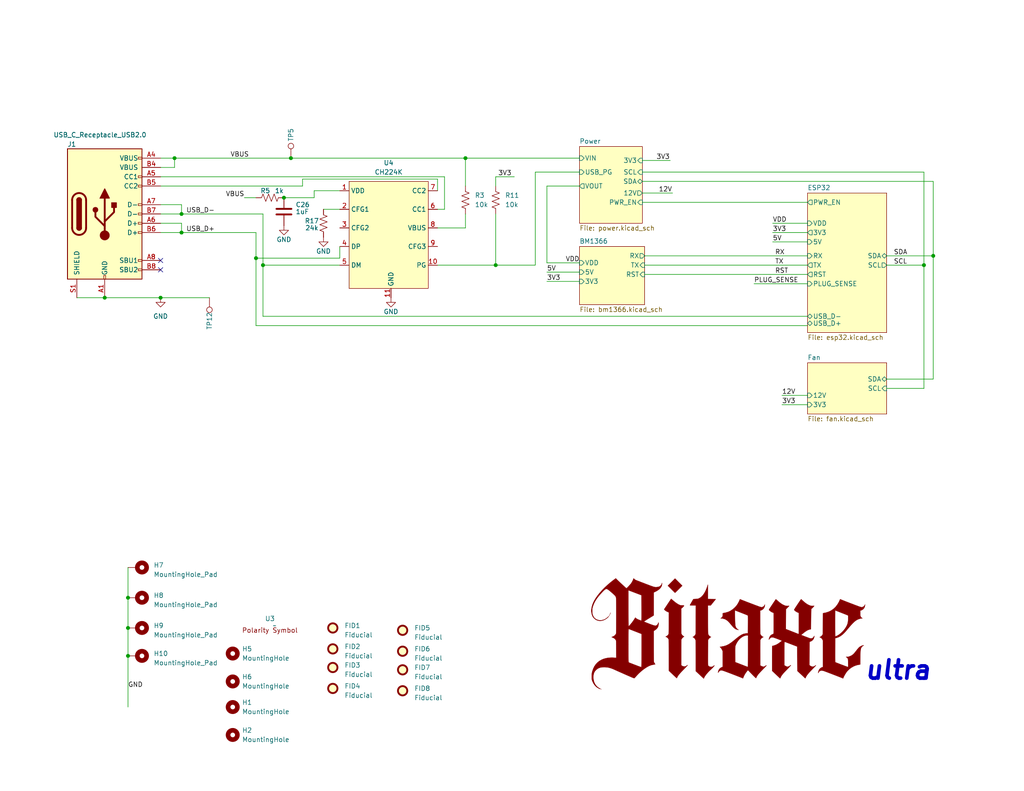
<source format=kicad_sch>
(kicad_sch (version 20230121) (generator eeschema)

  (uuid e63e39d7-6ac0-4ffd-8aa3-1841a4541b55)

  (paper "A")

  (title_block
    (title "Bitaxe Ultra")
    (date "2023-12-15")
    (rev "205")
  )

  (lib_symbols
    (symbol "Connector:TestPoint" (pin_numbers hide) (pin_names (offset 0.762) hide) (in_bom yes) (on_board yes)
      (property "Reference" "TP" (at 0 6.858 0)
        (effects (font (size 1.27 1.27)))
      )
      (property "Value" "TestPoint" (at 0 5.08 0)
        (effects (font (size 1.27 1.27)))
      )
      (property "Footprint" "" (at 5.08 0 0)
        (effects (font (size 1.27 1.27)) hide)
      )
      (property "Datasheet" "~" (at 5.08 0 0)
        (effects (font (size 1.27 1.27)) hide)
      )
      (property "ki_keywords" "test point tp" (at 0 0 0)
        (effects (font (size 1.27 1.27)) hide)
      )
      (property "ki_description" "test point" (at 0 0 0)
        (effects (font (size 1.27 1.27)) hide)
      )
      (property "ki_fp_filters" "Pin* Test*" (at 0 0 0)
        (effects (font (size 1.27 1.27)) hide)
      )
      (symbol "TestPoint_0_1"
        (circle (center 0 3.302) (radius 0.762)
          (stroke (width 0) (type default))
          (fill (type none))
        )
      )
      (symbol "TestPoint_1_1"
        (pin passive line (at 0 0 90) (length 2.54)
          (name "1" (effects (font (size 1.27 1.27))))
          (number "1" (effects (font (size 1.27 1.27))))
        )
      )
    )
    (symbol "Device:C" (pin_numbers hide) (pin_names (offset 0.254)) (in_bom yes) (on_board yes)
      (property "Reference" "C" (at 0.635 2.54 0)
        (effects (font (size 1.27 1.27)) (justify left))
      )
      (property "Value" "C" (at 0.635 -2.54 0)
        (effects (font (size 1.27 1.27)) (justify left))
      )
      (property "Footprint" "" (at 0.9652 -3.81 0)
        (effects (font (size 1.27 1.27)) hide)
      )
      (property "Datasheet" "~" (at 0 0 0)
        (effects (font (size 1.27 1.27)) hide)
      )
      (property "ki_keywords" "cap capacitor" (at 0 0 0)
        (effects (font (size 1.27 1.27)) hide)
      )
      (property "ki_description" "Unpolarized capacitor" (at 0 0 0)
        (effects (font (size 1.27 1.27)) hide)
      )
      (property "ki_fp_filters" "C_*" (at 0 0 0)
        (effects (font (size 1.27 1.27)) hide)
      )
      (symbol "C_0_1"
        (polyline
          (pts
            (xy -2.032 -0.762)
            (xy 2.032 -0.762)
          )
          (stroke (width 0.508) (type default))
          (fill (type none))
        )
        (polyline
          (pts
            (xy -2.032 0.762)
            (xy 2.032 0.762)
          )
          (stroke (width 0.508) (type default))
          (fill (type none))
        )
      )
      (symbol "C_1_1"
        (pin passive line (at 0 3.81 270) (length 2.794)
          (name "~" (effects (font (size 1.27 1.27))))
          (number "1" (effects (font (size 1.27 1.27))))
        )
        (pin passive line (at 0 -3.81 90) (length 2.794)
          (name "~" (effects (font (size 1.27 1.27))))
          (number "2" (effects (font (size 1.27 1.27))))
        )
      )
    )
    (symbol "Device:R_US" (pin_numbers hide) (pin_names (offset 0)) (in_bom yes) (on_board yes)
      (property "Reference" "R" (at 2.54 0 90)
        (effects (font (size 1.27 1.27)))
      )
      (property "Value" "R_US" (at -2.54 0 90)
        (effects (font (size 1.27 1.27)))
      )
      (property "Footprint" "" (at 1.016 -0.254 90)
        (effects (font (size 1.27 1.27)) hide)
      )
      (property "Datasheet" "~" (at 0 0 0)
        (effects (font (size 1.27 1.27)) hide)
      )
      (property "ki_keywords" "R res resistor" (at 0 0 0)
        (effects (font (size 1.27 1.27)) hide)
      )
      (property "ki_description" "Resistor, US symbol" (at 0 0 0)
        (effects (font (size 1.27 1.27)) hide)
      )
      (property "ki_fp_filters" "R_*" (at 0 0 0)
        (effects (font (size 1.27 1.27)) hide)
      )
      (symbol "R_US_0_1"
        (polyline
          (pts
            (xy 0 -2.286)
            (xy 0 -2.54)
          )
          (stroke (width 0) (type default))
          (fill (type none))
        )
        (polyline
          (pts
            (xy 0 2.286)
            (xy 0 2.54)
          )
          (stroke (width 0) (type default))
          (fill (type none))
        )
        (polyline
          (pts
            (xy 0 -0.762)
            (xy 1.016 -1.143)
            (xy 0 -1.524)
            (xy -1.016 -1.905)
            (xy 0 -2.286)
          )
          (stroke (width 0) (type default))
          (fill (type none))
        )
        (polyline
          (pts
            (xy 0 0.762)
            (xy 1.016 0.381)
            (xy 0 0)
            (xy -1.016 -0.381)
            (xy 0 -0.762)
          )
          (stroke (width 0) (type default))
          (fill (type none))
        )
        (polyline
          (pts
            (xy 0 2.286)
            (xy 1.016 1.905)
            (xy 0 1.524)
            (xy -1.016 1.143)
            (xy 0 0.762)
          )
          (stroke (width 0) (type default))
          (fill (type none))
        )
      )
      (symbol "R_US_1_1"
        (pin passive line (at 0 3.81 270) (length 1.27)
          (name "~" (effects (font (size 1.27 1.27))))
          (number "1" (effects (font (size 1.27 1.27))))
        )
        (pin passive line (at 0 -3.81 90) (length 1.27)
          (name "~" (effects (font (size 1.27 1.27))))
          (number "2" (effects (font (size 1.27 1.27))))
        )
      )
    )
    (symbol "GND_1" (power) (pin_names (offset 0)) (in_bom yes) (on_board yes)
      (property "Reference" "#PWR" (at 0 -6.35 0)
        (effects (font (size 1.27 1.27)) hide)
      )
      (property "Value" "GND_1" (at 0 -3.81 0)
        (effects (font (size 1.27 1.27)))
      )
      (property "Footprint" "" (at 0 0 0)
        (effects (font (size 1.27 1.27)) hide)
      )
      (property "Datasheet" "" (at 0 0 0)
        (effects (font (size 1.27 1.27)) hide)
      )
      (property "ki_keywords" "global power" (at 0 0 0)
        (effects (font (size 1.27 1.27)) hide)
      )
      (property "ki_description" "Power symbol creates a global label with name \"GND\" , ground" (at 0 0 0)
        (effects (font (size 1.27 1.27)) hide)
      )
      (symbol "GND_1_0_1"
        (polyline
          (pts
            (xy 0 0)
            (xy 0 -1.27)
            (xy 1.27 -1.27)
            (xy 0 -2.54)
            (xy -1.27 -1.27)
            (xy 0 -1.27)
          )
          (stroke (width 0) (type default))
          (fill (type none))
        )
      )
      (symbol "GND_1_1_1"
        (pin power_in line (at 0 0 270) (length 0) hide
          (name "GND" (effects (font (size 1.27 1.27))))
          (number "1" (effects (font (size 1.27 1.27))))
        )
      )
    )
    (symbol "Mechanical:Fiducial" (in_bom yes) (on_board yes)
      (property "Reference" "FID" (at 0 5.08 0)
        (effects (font (size 1.27 1.27)))
      )
      (property "Value" "Fiducial" (at 0 3.175 0)
        (effects (font (size 1.27 1.27)))
      )
      (property "Footprint" "" (at 0 0 0)
        (effects (font (size 1.27 1.27)) hide)
      )
      (property "Datasheet" "~" (at 0 0 0)
        (effects (font (size 1.27 1.27)) hide)
      )
      (property "ki_keywords" "fiducial marker" (at 0 0 0)
        (effects (font (size 1.27 1.27)) hide)
      )
      (property "ki_description" "Fiducial Marker" (at 0 0 0)
        (effects (font (size 1.27 1.27)) hide)
      )
      (property "ki_fp_filters" "Fiducial*" (at 0 0 0)
        (effects (font (size 1.27 1.27)) hide)
      )
      (symbol "Fiducial_0_1"
        (circle (center 0 0) (radius 1.27)
          (stroke (width 0.508) (type default))
          (fill (type background))
        )
      )
    )
    (symbol "Mechanical:MountingHole" (pin_names (offset 1.016)) (in_bom yes) (on_board yes)
      (property "Reference" "H" (at 0 5.08 0)
        (effects (font (size 1.27 1.27)))
      )
      (property "Value" "MountingHole" (at 0 3.175 0)
        (effects (font (size 1.27 1.27)))
      )
      (property "Footprint" "" (at 0 0 0)
        (effects (font (size 1.27 1.27)) hide)
      )
      (property "Datasheet" "~" (at 0 0 0)
        (effects (font (size 1.27 1.27)) hide)
      )
      (property "ki_keywords" "mounting hole" (at 0 0 0)
        (effects (font (size 1.27 1.27)) hide)
      )
      (property "ki_description" "Mounting Hole without connection" (at 0 0 0)
        (effects (font (size 1.27 1.27)) hide)
      )
      (property "ki_fp_filters" "MountingHole*" (at 0 0 0)
        (effects (font (size 1.27 1.27)) hide)
      )
      (symbol "MountingHole_0_1"
        (circle (center 0 0) (radius 1.27)
          (stroke (width 1.27) (type default))
          (fill (type none))
        )
      )
    )
    (symbol "Mechanical:MountingHole_Pad" (pin_numbers hide) (pin_names (offset 1.016) hide) (in_bom yes) (on_board yes)
      (property "Reference" "H" (at 0 6.35 0)
        (effects (font (size 1.27 1.27)))
      )
      (property "Value" "MountingHole_Pad" (at 0 4.445 0)
        (effects (font (size 1.27 1.27)))
      )
      (property "Footprint" "" (at 0 0 0)
        (effects (font (size 1.27 1.27)) hide)
      )
      (property "Datasheet" "~" (at 0 0 0)
        (effects (font (size 1.27 1.27)) hide)
      )
      (property "ki_keywords" "mounting hole" (at 0 0 0)
        (effects (font (size 1.27 1.27)) hide)
      )
      (property "ki_description" "Mounting Hole with connection" (at 0 0 0)
        (effects (font (size 1.27 1.27)) hide)
      )
      (property "ki_fp_filters" "MountingHole*Pad*" (at 0 0 0)
        (effects (font (size 1.27 1.27)) hide)
      )
      (symbol "MountingHole_Pad_0_1"
        (circle (center 0 1.27) (radius 1.27)
          (stroke (width 1.27) (type default))
          (fill (type none))
        )
      )
      (symbol "MountingHole_Pad_1_1"
        (pin input line (at 0 -2.54 90) (length 2.54)
          (name "1" (effects (font (size 1.27 1.27))))
          (number "1" (effects (font (size 1.27 1.27))))
        )
      )
    )
    (symbol "bitaxe:CH224K" (in_bom yes) (on_board yes)
      (property "Reference" "U?" (at -10.16 16.51 0)
        (effects (font (size 1.27 1.27)))
      )
      (property "Value" "CH224K" (at 5.715 16.51 0)
        (effects (font (size 1.27 1.27)))
      )
      (property "Footprint" "IC:ESSOP-10" (at -13.97 -11.43 0)
        (effects (font (size 1.27 1.27)) hide)
      )
      (property "Datasheet" "https://www.laskakit.cz/user/related_files/ch224ds1.pdf" (at -13.97 -11.43 0)
        (effects (font (size 1.27 1.27)) hide)
      )
      (property "DK" "" (at 0 0 0)
        (effects (font (size 1.27 1.27)) hide)
      )
      (property "PARTNO" "CH224K" (at 0 0 0)
        (effects (font (size 1.27 1.27)) hide)
      )
      (symbol "CH224K_0_1"
        (rectangle (start -11.43 15.24) (end 10.16 -13.97)
          (stroke (width 0.1524) (type default))
          (fill (type background))
        )
      )
      (symbol "CH224K_1_1"
        (pin input line (at -13.97 12.7 0) (length 2.54)
          (name "VDD" (effects (font (size 1.27 1.27))))
          (number "1" (effects (font (size 1.27 1.27))))
        )
        (pin open_collector line (at 12.7 -7.62 180) (length 2.54)
          (name "PG" (effects (font (size 1.27 1.27))))
          (number "10" (effects (font (size 1.27 1.27))))
        )
        (pin input line (at 0 -16.51 90) (length 2.54)
          (name "GND" (effects (font (size 1.27 1.27))))
          (number "11" (effects (font (size 1.27 1.27))))
        )
        (pin input line (at -13.97 7.62 0) (length 2.54)
          (name "CFG1" (effects (font (size 1.27 1.27))))
          (number "2" (effects (font (size 1.27 1.27))))
        )
        (pin input line (at -13.97 2.54 0) (length 2.54)
          (name "CFG2" (effects (font (size 1.27 1.27))))
          (number "3" (effects (font (size 1.27 1.27))))
        )
        (pin bidirectional line (at -13.97 -2.54 0) (length 2.54)
          (name "DP" (effects (font (size 1.27 1.27))))
          (number "4" (effects (font (size 1.27 1.27))))
        )
        (pin bidirectional line (at -13.97 -7.62 0) (length 2.54)
          (name "DM" (effects (font (size 1.27 1.27))))
          (number "5" (effects (font (size 1.27 1.27))))
        )
        (pin bidirectional line (at 12.7 7.62 180) (length 2.54)
          (name "CC1" (effects (font (size 1.27 1.27))))
          (number "6" (effects (font (size 1.27 1.27))))
        )
        (pin bidirectional line (at 12.7 12.7 180) (length 2.54)
          (name "CC2" (effects (font (size 1.27 1.27))))
          (number "7" (effects (font (size 1.27 1.27))))
        )
        (pin input line (at 12.7 2.54 180) (length 2.54)
          (name "VBUS" (effects (font (size 1.27 1.27))))
          (number "8" (effects (font (size 1.27 1.27))))
        )
        (pin input line (at 12.7 -2.54 180) (length 2.54)
          (name "CFG3" (effects (font (size 1.27 1.27))))
          (number "9" (effects (font (size 1.27 1.27))))
        )
      )
    )
    (symbol "bitaxe:LOGO" (pin_names (offset 1.016)) (in_bom yes) (on_board yes)
      (property "Reference" "#G" (at 0 27.5293 0)
        (effects (font (size 1.27 1.27)) hide)
      )
      (property "Value" "LOGO" (at 0 -27.5293 0)
        (effects (font (size 1.27 1.27)) hide)
      )
      (property "Footprint" "" (at 0 0 0)
        (effects (font (size 1.27 1.27)) hide)
      )
      (property "Datasheet" "" (at 0 0 0)
        (effects (font (size 1.27 1.27)) hide)
      )
      (symbol "LOGO_0_0"
        (polyline
          (pts
            (xy -31.1372 6.0762)
            (xy -31.1633 6.1022)
            (xy -31.1894 6.0762)
            (xy -31.1633 6.0501)
            (xy -31.1372 6.0762)
          )
          (stroke (width 0.01) (type default))
          (fill (type outline))
        )
        (polyline
          (pts
            (xy -31.0329 6.2848)
            (xy -31.059 6.3109)
            (xy -31.085 6.2848)
            (xy -31.059 6.2587)
            (xy -31.0329 6.2848)
          )
          (stroke (width 0.01) (type default))
          (fill (type outline))
        )
        (polyline
          (pts
            (xy -30.9807 6.3891)
            (xy -31.0068 6.4152)
            (xy -31.0329 6.3891)
            (xy -31.0068 6.363)
            (xy -30.9807 6.3891)
          )
          (stroke (width 0.01) (type default))
          (fill (type outline))
        )
        (polyline
          (pts
            (xy -30.9286 6.5456)
            (xy -30.9547 6.5716)
            (xy -30.9807 6.5456)
            (xy -30.9547 6.5195)
            (xy -30.9286 6.5456)
          )
          (stroke (width 0.01) (type default))
          (fill (type outline))
        )
        (polyline
          (pts
            (xy -30.8764 6.6499)
            (xy -30.9025 6.676)
            (xy -30.9286 6.6499)
            (xy -30.9025 6.6238)
            (xy -30.8764 6.6499)
          )
          (stroke (width 0.01) (type default))
          (fill (type outline))
        )
        (polyline
          (pts
            (xy -33.4045 -14.1827)
            (xy -33.3973 -14.1517)
            (xy -33.4049 -14.1455)
            (xy -33.4668 -14.1517)
            (xy -33.475 -14.1674)
            (xy -33.4321 -14.1865)
            (xy -33.4045 -14.1827)
          )
          (stroke (width 0.01) (type default))
          (fill (type outline))
        )
        (polyline
          (pts
            (xy -31.2646 5.896)
            (xy -31.2154 5.9458)
            (xy -31.2057 5.9642)
            (xy -31.2093 5.9979)
            (xy -31.2184 5.9956)
            (xy -31.2676 5.9458)
            (xy -31.2773 5.9273)
            (xy -31.2737 5.8936)
            (xy -31.2646 5.896)
          )
          (stroke (width 0.01) (type default))
          (fill (type outline))
        )
        (polyline
          (pts
            (xy -13.2622 12.1832)
            (xy -13.16 12.2789)
            (xy -13.0036 12.4299)
            (xy -12.8029 12.6264)
            (xy -12.568 12.8588)
            (xy -12.3087 13.1174)
            (xy -11.3447 14.0825)
            (xy -12.3223 15.06)
            (xy -13.2998 16.0376)
            (xy -14.2774 15.06)
            (xy -15.255 14.0825)
            (xy -14.291 13.1174)
            (xy -14.0485 12.8755)
            (xy -13.8116 12.6411)
            (xy -13.6083 12.4418)
            (xy -13.4486 12.2875)
            (xy -13.3425 12.1877)
            (xy -13.2998 12.1523)
            (xy -13.2622 12.1832)
          )
          (stroke (width 0.01) (type default))
          (fill (type outline))
        )
        (polyline
          (pts
            (xy -5.3718 -11.0439)
            (xy -5.2965 -10.8791)
            (xy -5.1227 -10.5889)
            (xy -4.8852 -10.2574)
            (xy -4.5951 -9.898)
            (xy -4.2634 -9.5243)
            (xy -3.9014 -9.1499)
            (xy -3.5201 -8.7884)
            (xy -3.3853 -8.6636)
            (xy -3.181 -8.4644)
            (xy -2.9941 -8.271)
            (xy -2.8317 -8.0922)
            (xy -2.7005 -7.9367)
            (xy -2.6072 -7.8131)
            (xy -2.5589 -7.7301)
            (xy -2.5622 -7.6964)
            (xy -2.6241 -7.7206)
            (xy -2.7513 -7.8115)
            (xy -2.9238 -7.9388)
            (xy -3.0992 -8.0374)
            (xy -3.2682 -8.0861)
            (xy -3.4664 -8.0991)
            (xy -3.5065 -8.0982)
            (xy -3.7821 -8.0497)
            (xy -4.0402 -7.9394)
            (xy -4.2392 -7.7842)
            (xy -4.2437 -7.7789)
            (xy -4.2614 -7.7518)
            (xy -4.2766 -7.7114)
            (xy -4.2892 -7.65)
            (xy -4.2996 -7.5602)
            (xy -4.3079 -7.4343)
            (xy -4.3142 -7.2648)
            (xy -4.3187 -7.044)
            (xy -4.3215 -6.7644)
            (xy -4.323 -6.4185)
            (xy -4.3231 -5.9985)
            (xy -4.3221 -5.497)
            (xy -4.3201 -4.9063)
            (xy -4.3174 -4.219)
            (xy -4.3029 -0.7563)
            (xy -4.154 -0.503)
            (xy -4.0109 -0.3096)
            (xy -3.7462 -0.0887)
            (xy -3.4872 0.0722)
            (xy -3.6642 0.163)
            (xy -3.8274 0.2714)
            (xy -4.0206 0.4568)
            (xy -4.1792 0.6679)
            (xy -4.2731 0.8699)
            (xy -4.278 0.8961)
            (xy -4.2898 1.0357)
            (xy -4.3 1.2791)
            (xy -4.3087 1.6256)
            (xy -4.3158 2.0748)
            (xy -4.3214 2.6263)
            (xy -4.3254 3.2795)
            (xy -4.3278 4.0341)
            (xy -4.3287 4.8896)
            (xy -4.329 8.71)
            (xy -3.9474 8.71)
            (xy -3.5658 8.71)
            (xy -2.882 9.5576)
            (xy -2.1982 10.4051)
            (xy -3.2636 10.4192)
            (xy -4.329 10.4333)
            (xy -4.3297 12.4011)
            (xy -4.3303 14.369)
            (xy -4.5598 13.6858)
            (xy -4.7095 13.269)
            (xy -5.0034 12.589)
            (xy -5.3286 11.9957)
            (xy -5.6828 11.4923)
            (xy -6.0637 11.0818)
            (xy -6.4689 10.7674)
            (xy -6.8961 10.5524)
            (xy -6.972 10.5298)
            (xy -7.1718 10.4912)
            (xy -7.4282 10.4588)
            (xy -7.7107 10.4368)
            (xy -8.302 10.4051)
            (xy -8.7669 9.5978)
            (xy -8.9008 9.3634)
            (xy -9.033 9.1282)
            (xy -9.1378 8.9375)
            (xy -9.2068 8.8064)
            (xy -9.2317 8.7503)
            (xy -9.2147 8.7421)
            (xy -9.1133 8.7294)
            (xy -8.9354 8.7192)
            (xy -8.699 8.7125)
            (xy -8.4217 8.71)
            (xy -7.6116 8.71)
            (xy -7.6263 4.8114)
            (xy -7.6288 4.1457)
            (xy -7.6314 3.5036)
            (xy -7.6341 2.9519)
            (xy -7.6371 2.4831)
            (xy -7.6406 2.09)
            (xy -7.6448 1.7652)
            (xy -7.65 1.5014)
            (xy -7.6564 1.2911)
            (xy -7.6642 1.1272)
            (xy -7.6736 1.0021)
            (xy -7.6849 0.9087)
            (xy -7.6983 0.8395)
            (xy -7.7141 0.7873)
            (xy -7.7324 0.7446)
            (xy -7.7535 0.7041)
            (xy -7.8359 0.5705)
            (xy -8.055 0.3202)
            (xy -8.3082 0.14)
            (xy -8.4539 0.0647)
            (xy -8.2259 -0.0689)
            (xy -7.981 -0.2675)
            (xy -7.7873 -0.5368)
            (xy -7.669 -0.8453)
            (xy -7.6652 -0.8699)
            (xy -7.6558 -1.004)
            (xy -7.6472 -1.2356)
            (xy -7.6395 -1.5595)
            (xy -7.6328 -1.971)
            (xy -7.6272 -2.4649)
            (xy -7.6226 -3.0364)
            (xy -7.6192 -3.6804)
            (xy -7.617 -4.392)
            (xy -7.6161 -5.1662)
            (xy -7.6148 -9.2632)
            (xy -6.5364 -10.267)
            (xy -5.458 -11.2707)
            (xy -5.3718 -11.0439)
          )
          (stroke (width 0.01) (type default))
          (fill (type outline))
        )
        (polyline
          (pts
            (xy -12.8219 -11.1565)
            (xy -12.7824 -11.0955)
            (xy -12.7327 -10.9774)
            (xy -12.6907 -10.875)
            (xy -12.5707 -10.6522)
            (xy -12.3965 -10.395)
            (xy -12.1628 -10.0968)
            (xy -11.8644 -9.7514)
            (xy -11.4962 -9.3521)
            (xy -11.053 -8.8926)
            (xy -11.0432 -8.8826)
            (xy -10.6771 -8.5065)
            (xy -10.3775 -8.1928)
            (xy -10.1457 -7.9428)
            (xy -9.9829 -7.7581)
            (xy -9.8903 -7.64)
            (xy -9.8691 -7.5901)
            (xy -9.9206 -7.6097)
            (xy -10.0459 -7.7002)
            (xy -10.0875 -7.7325)
            (xy -10.2397 -7.8453)
            (xy -10.3537 -7.913)
            (xy -10.4642 -7.9532)
            (xy -10.6059 -7.9832)
            (xy -10.7456 -7.996)
            (xy -11.0162 -7.9657)
            (xy -11.2745 -7.8772)
            (xy -11.4774 -7.7423)
            (xy -11.6308 -7.5953)
            (xy -11.6305 -4.2019)
            (xy -11.6297 -3.4439)
            (xy -11.6271 -2.7315)
            (xy -11.6227 -2.1224)
            (xy -11.6165 -1.6159)
            (xy -11.6085 -1.2114)
            (xy -11.5987 -0.9085)
            (xy -11.5871 -0.7064)
            (xy -11.5737 -0.6048)
            (xy -11.51 -0.469)
            (xy -11.3961 -0.3056)
            (xy -11.2533 -0.1382)
            (xy -11.1029 0.0102)
            (xy -10.9664 0.1168)
            (xy -10.8649 0.1585)
            (xy -10.8395 0.161)
            (xy -10.8357 0.1865)
            (xy -10.9267 0.2429)
            (xy -11.1621 0.4039)
            (xy -11.3793 0.6241)
            (xy -11.5317 0.8606)
            (xy -11.5339 0.8651)
            (xy -11.553 0.9122)
            (xy -11.5693 0.9685)
            (xy -11.5832 1.0419)
            (xy -11.5947 1.1405)
            (xy -11.6041 1.272)
            (xy -11.6117 1.4445)
            (xy -11.6175 1.6659)
            (xy -11.6219 1.944)
            (xy -11.6251 2.2868)
            (xy -11.6272 2.7023)
            (xy -11.6286 3.1982)
            (xy -11.6293 3.7827)
            (xy -11.6297 4.4635)
            (xy -11.6308 7.8579)
            (xy -11.4945 7.9309)
            (xy -11.4784 7.9403)
            (xy -11.3629 8.0314)
            (xy -11.2154 8.1711)
            (xy -11.0629 8.3315)
            (xy -10.9324 8.4844)
            (xy -10.8508 8.6016)
            (xy -10.8411 8.6262)
            (xy -10.855 8.6565)
            (xy -10.9221 8.6742)
            (xy -11.0594 8.6829)
            (xy -11.284 8.6857)
            (xy -11.2975 8.6858)
            (xy -11.5495 8.6924)
            (xy -11.7401 8.7144)
            (xy -11.9101 8.7593)
            (xy -12.1002 8.8343)
            (xy -12.3968 8.9802)
            (xy -12.8415 9.2527)
            (xy -13.3174 9.6003)
            (xy -13.812 10.0145)
            (xy -13.8767 10.0719)
            (xy -14.0646 10.2355)
            (xy -14.2183 10.3653)
            (xy -14.3234 10.4493)
            (xy -14.3656 10.4753)
            (xy -14.3787 10.4564)
            (xy -14.4425 10.3617)
            (xy -14.5529 10.1969)
            (xy -14.7029 9.9724)
            (xy -14.8856 9.6986)
            (xy -15.0942 9.3858)
            (xy -15.3216 9.0444)
            (xy -16.2625 7.6316)
            (xy -16.1367 7.4708)
            (xy -16.0246 7.3541)
            (xy -15.801 7.1852)
            (xy -15.5278 7.0283)
            (xy -15.236 6.9028)
            (xy -14.9688 6.8079)
            (xy -14.9688 3.9499)
            (xy -14.9688 3.5294)
            (xy -14.9691 2.9491)
            (xy -14.9705 2.4588)
            (xy -14.9738 2.0499)
            (xy -14.9799 1.7138)
            (xy -14.9896 1.4417)
            (xy -15.0038 1.225)
            (xy -15.0232 1.0549)
            (xy -15.0488 0.9228)
            (xy -15.0813 0.82)
            (xy -15.1216 0.7379)
            (xy -15.1705 0.6676)
            (xy -15.2288 0.6006)
            (xy -15.2974 0.5282)
            (xy -15.3328 0.4931)
            (xy -15.4963 0.3608)
            (xy -15.6604 0.2625)
            (xy -15.8564 0.1727)
            (xy -15.6448 0.0773)
            (xy -15.6297 0.0703)
            (xy -15.3954 -0.0866)
            (xy -15.1871 -0.3075)
            (xy -15.0405 -0.5552)
            (xy -15.0354 -0.5696)
            (xy -15.0226 -0.6286)
            (xy -15.0115 -0.7218)
            (xy -15.0019 -0.8557)
            (xy -14.9937 -1.0366)
            (xy -14.9868 -1.2709)
            (xy -14.9811 -1.5649)
            (xy -14.9765 -1.925)
            (xy -14.9729 -2.3576)
            (xy -14.9702 -2.8691)
            (xy -14.9682 -3.4657)
            (xy -14.9668 -4.154)
            (xy -14.966 -4.9401)
            (xy -14.9632 -9.1534)
            (xy -13.9099 -10.1548)
            (xy -13.8751 -10.1879)
            (xy -13.6028 -10.4457)
            (xy -13.3564 -10.6774)
            (xy -13.1458 -10.8737)
            (xy -12.9809 -11.0255)
            (xy -12.8716 -11.1236)
            (xy -12.8279 -11.1588)
            (xy -12.8219 -11.1565)
          )
          (stroke (width 0.01) (type default))
          (fill (type outline))
        )
        (polyline
          (pts
            (xy 32.5598 -11.2038)
            (xy 32.5975 -11.1438)
            (xy 32.5991 -11.1258)
            (xy 32.6384 -11.001)
            (xy 32.7227 -10.8123)
            (xy 32.8417 -10.5783)
            (xy 32.9848 -10.3174)
            (xy 33.1418 -10.0483)
            (xy 33.3021 -9.7895)
            (xy 33.4554 -9.5594)
            (xy 33.5911 -9.3767)
            (xy 33.7854 -9.1501)
            (xy 34.2987 -8.6569)
            (xy 34.8715 -8.2364)
            (xy 35.4904 -7.8965)
            (xy 36.142 -7.645)
            (xy 36.8128 -7.4898)
            (xy 37.2133 -7.428)
            (xy 37.2451 -5.5003)
            (xy 37.2481 -5.3239)
            (xy 37.2581 -4.7994)
            (xy 37.2696 -4.3645)
            (xy 37.2836 -4.0078)
            (xy 37.3016 -3.7182)
            (xy 37.3249 -3.4842)
            (xy 37.3548 -3.2945)
            (xy 37.3926 -3.1379)
            (xy 37.4397 -3.0029)
            (xy 37.4974 -2.8784)
            (xy 37.567 -2.7529)
            (xy 37.5723 -2.744)
            (xy 37.7368 -2.5372)
            (xy 37.9536 -2.3507)
            (xy 38.1782 -2.2231)
            (xy 38.1907 -2.2141)
            (xy 38.1426 -2.2102)
            (xy 38.0217 -2.2215)
            (xy 37.7688 -2.2821)
            (xy 37.4741 -2.4002)
            (xy 37.1864 -2.556)
            (xy 36.9462 -2.7301)
            (xy 36.8766 -2.7982)
            (xy 36.7376 -2.9516)
            (xy 36.5633 -3.1572)
            (xy 36.3688 -3.3966)
            (xy 36.1699 -3.6513)
            (xy 36.0355 -3.824)
            (xy 35.825 -4.0836)
            (xy 35.6231 -4.3214)
            (xy 35.4474 -4.5165)
            (xy 35.3157 -4.6483)
            (xy 35.215 -4.7344)
            (xy 34.833 -4.997)
            (xy 34.4178 -5.1981)
            (xy 33.9953 -5.3268)
            (xy 33.5915 -5.3721)
            (xy 33.3556 -5.3721)
            (xy 33.5497 -5.504)
            (xy 33.5532 -5.5064)
            (xy 33.6692 -5.5912)
            (xy 33.7585 -5.6778)
            (xy 33.8249 -5.7808)
            (xy 33.8722 -5.9147)
            (xy 33.904 -6.0944)
            (xy 33.9242 -6.3344)
            (xy 33.9364 -6.6495)
            (xy 33.9443 -7.0541)
            (xy 33.9443 -7.0556)
            (xy 33.9489 -7.4319)
            (xy 33.9489 -7.7149)
            (xy 33.944 -7.9159)
            (xy 33.9336 -8.0457)
            (xy 33.9172 -8.1155)
            (xy 33.8942 -8.1364)
            (xy 33.8922 -8.1362)
            (xy 33.8195 -8.1151)
            (xy 33.6646 -8.0617)
            (xy 33.4414 -7.9814)
            (xy 33.1636 -7.8794)
            (xy 32.845 -7.7609)
            (xy 32.4994 -7.6311)
            (xy 32.1406 -7.4953)
            (xy 31.7825 -7.3588)
            (xy 31.4388 -7.2268)
            (xy 31.1233 -7.1044)
            (xy 30.8498 -6.9971)
            (xy 30.6322 -6.9099)
            (xy 30.4842 -6.8481)
            (xy 30.4196 -6.8171)
            (xy 30.4143 -6.8103)
            (xy 30.4012 -6.7642)
            (xy 30.3903 -6.6723)
            (xy 30.3814 -6.528)
            (xy 30.3745 -6.325)
            (xy 30.3694 -6.0567)
            (xy 30.3659 -5.7165)
            (xy 30.3641 -5.2981)
            (xy 30.3639 -4.7948)
            (xy 30.365 -4.2003)
            (xy 30.3674 -3.5079)
            (xy 30.3809 -0.2489)
            (xy 30.7522 -0.1546)
            (xy 30.8782 -0.1197)
            (xy 31.4064 0.0885)
            (xy 31.9337 0.3938)
            (xy 32.4519 0.7908)
            (xy 32.9525 1.274)
            (xy 32.9831 1.3072)
            (xy 33.132 1.4737)
            (xy 33.3275 1.6977)
            (xy 33.554 1.9612)
            (xy 33.796 2.246)
            (xy 34.0379 2.5343)
            (xy 34.3405 2.8931)
            (xy 34.747 3.3582)
            (xy 35.1099 3.7495)
            (xy 35.4378 4.0749)
            (xy 35.739 4.3423)
            (xy 36.0221 4.5593)
            (xy 36.2955 4.7339)
            (xy 36.5678 4.874)
            (xy 36.5861 4.8822)
            (xy 36.8629 4.9906)
            (xy 37.1567 5.0801)
            (xy 37.4309 5.141)
            (xy 37.6492 5.1634)
            (xy 37.8285 5.1634)
            (xy 37.6513 5.2812)
            (xy 37.6014 5.3196)
            (xy 37.466 5.4641)
            (xy 37.3567 5.6313)
            (xy 37.3295 5.6876)
            (xy 37.2896 5.7918)
            (xy 37.2634 5.9099)
            (xy 37.2482 6.0644)
            (xy 37.2411 6.2779)
            (xy 37.2394 6.5732)
            (xy 37.2394 7.2828)
            (xy 37.5163 7.3701)
            (xy 37.7286 7.4581)
            (xy 38.0274 7.6673)
            (xy 38.2675 7.948)
            (xy 38.4369 8.2844)
            (xy 38.5233 8.661)
            (xy 38.5529 8.9447)
            (xy 38.4362 8.7188)
            (xy 38.2783 8.5023)
            (xy 38.044 8.3198)
            (xy 37.7764 8.2157)
            (xy 37.6989 8.2082)
            (xy 37.5084 8.2207)
            (xy 37.2897 8.2631)
            (xy 37.2657 8.2699)
            (xy 37.1338 8.3135)
            (xy 36.924 8.388)
            (xy 36.6474 8.4889)
            (xy 36.3148 8.6122)
            (xy 35.9374 8.7537)
            (xy 35.5259 8.909)
            (xy 35.0915 9.0741)
            (xy 34.645 9.2446)
            (xy 34.1975 9.4165)
            (xy 33.7599 9.5855)
            (xy 33.3432 9.7473)
            (xy 32.9584 9.8977)
            (xy 32.6164 10.0327)
            (xy 32.3281 10.1479)
            (xy 32.1047 10.2391)
            (xy 31.957 10.3021)
            (xy 31.896 10.3328)
            (xy 31.8312 10.3734)
            (xy 31.7453 10.3537)
            (xy 31.6871 10.2392)
            (xy 31.6775 10.2077)
            (xy 31.6241 10.0715)
            (xy 31.5411 9.8849)
            (xy 31.442 9.6785)
            (xy 31.3774 9.5522)
            (xy 30.9698 8.8741)
            (xy 30.5016 8.2809)
            (xy 29.9734 7.7728)
            (xy 29.3854 7.3502)
            (xy 28.7379 7.0132)
            (xy 28.0313 6.7621)
            (xy 27.2658 6.5972)
            (xy 27.0715 6.5674)
            (xy 27.0576 3.7813)
            (xy 30.3548 3.7813)
            (xy 30.3549 4.1544)
            (xy 30.3557 4.7359)
            (xy 30.3572 5.2806)
            (xy 30.3593 5.7801)
            (xy 30.3619 6.2258)
            (xy 30.3649 6.6095)
            (xy 30.3684 6.9225)
            (xy 30.3723 7.1566)
            (xy 30.3764 7.3032)
            (xy 30.3808 7.354)
            (xy 30.3869 7.3525)
            (xy 30.4662 7.3243)
            (xy 30.6252 7.2644)
            (xy 30.8506 7.1782)
            (xy 31.1288 7.0707)
            (xy 31.4465 6.9474)
            (xy 31.7902 6.8135)
            (xy 32.1464 6.6742)
            (xy 32.5017 6.5349)
            (xy 32.8426 6.4006)
            (xy 33.1558 6.2769)
            (xy 33.4277 6.1688)
            (xy 33.6449 6.0816)
            (xy 33.7941 6.0207)
            (xy 33.8617 5.9913)
            (xy 33.8846 5.9758)
            (xy 33.9148 5.9321)
            (xy 33.9346 5.8524)
            (xy 33.9461 5.7197)
            (xy 33.9511 5.5168)
            (xy 33.9517 5.2268)
            (xy 33.9507 5.0955)
            (xy 33.9282 4.5629)
            (xy 33.8707 4.1004)
            (xy 33.7708 3.6827)
            (xy 33.6213 3.2845)
            (xy 33.4148 2.8807)
            (xy 33.144 2.4458)
            (xy 33.0764 2.3468)
            (xy 32.7413 1.9125)
            (xy 32.3604 1.496)
            (xy 31.9513 1.1126)
            (xy 31.5316 0.7779)
            (xy 31.119 0.5076)
            (xy 30.731 0.3171)
            (xy 30.6136 0.2727)
            (xy 30.4781 0.2265)
            (xy 30.405 0.2086)
            (xy 30.3976 0.2343)
            (xy 30.3879 0.3573)
            (xy 30.3794 0.5787)
            (xy 30.3721 0.8952)
            (xy 30.366 1.3031)
            (xy 30.3612 1.7991)
            (xy 30.3577 2.3798)
            (xy 30.3555 3.0417)
            (xy 30.3548 3.7813)
            (xy 27.0576 3.7813)
            (xy 27.0572 3.7098)
            (xy 27.0429 0.8523)
            (xy 26.8845 0.5956)
            (xy 26.7367 0.4025)
            (xy 26.4542 0.1758)
            (xy 26.1821 0.0127)
            (xy 26.3456 -0.055)
            (xy 26.5023 -0.1353)
            (xy 26.7557 -0.3528)
            (xy 26.9455 -0.6498)
            (xy 27.0679 -0.9128)
            (xy 27.0684 -4.5236)
            (xy 27.069 -8.1344)
            (xy 26.9255 -8.1689)
            (xy 26.5989 -8.2948)
            (xy 26.3013 -8.5095)
            (xy 26.0595 -8.7948)
            (xy 25.8859 -9.1361)
            (xy 25.7929 -9.5185)
            (xy 25.761 -9.7793)
            (xy 25.8627 -9.5967)
            (xy 25.9405 -9.4688)
            (xy 26.1198 -9.2612)
            (xy 26.3293 -9.1381)
            (xy 26.588 -9.0861)
            (xy 26.8705 -9.0911)
            (xy 27.1623 -9.1453)
            (xy 27.1691 -9.1474)
            (xy 27.2866 -9.1873)
            (xy 27.4832 -9.2583)
            (xy 27.7478 -9.3562)
            (xy 28.0694 -9.4768)
            (xy 28.4369 -9.6157)
            (xy 28.8393 -9.7688)
            (xy 29.2656 -9.9317)
            (xy 29.7047 -10.1002)
            (xy 30.1456 -10.2701)
            (xy 30.5772 -10.4371)
            (xy 30.9885 -10.597)
            (xy 31.3686 -10.7455)
            (xy 31.7062 -10.8783)
            (xy 31.9905 -10.9912)
            (xy 32.2102 -11.08)
            (xy 32.3546 -11.1404)
            (xy 32.4123 -11.1681)
            (xy 32.4758 -11.2054)
            (xy 32.5598 -11.2038)
          )
          (stroke (width 0.01) (type default))
          (fill (type outline))
        )
        (polyline
          (pts
            (xy 5.2517 -11.1526)
            (xy 5.3059 -11.0356)
            (xy 5.3836 -10.8349)
            (xy 5.4419 -10.6896)
            (xy 5.6705 -10.226)
            (xy 5.9607 -9.7555)
            (xy 6.2914 -9.313)
            (xy 6.5902 -8.9511)
            (xy 7.7004 -10.0954)
            (xy 7.8103 -10.2083)
            (xy 8.0821 -10.4837)
            (xy 8.3228 -10.7223)
            (xy 8.5244 -10.9163)
            (xy 8.6786 -11.0581)
            (xy 8.7773 -11.1398)
            (xy 8.8124 -11.1537)
            (xy 8.8136 -11.1392)
            (xy 8.8541 -11.0114)
            (xy 8.9425 -10.8267)
            (xy 9.0664 -10.6076)
            (xy 9.2131 -10.3766)
            (xy 9.37 -10.1563)
            (xy 9.4485 -10.0602)
            (xy 9.603 -9.8845)
            (xy 9.8076 -9.6605)
            (xy 10.0491 -9.4023)
            (xy 10.3144 -9.1243)
            (xy 10.5904 -8.8405)
            (xy 10.6877 -8.7413)
            (xy 11.02 -8.3994)
            (xy 11.2794 -8.1264)
            (xy 11.468 -7.9198)
            (xy 11.5878 -7.7771)
            (xy 11.6408 -7.6958)
            (xy 11.629 -7.6733)
            (xy 11.5543 -7.7071)
            (xy 11.4188 -7.7947)
            (xy 11.2872 -7.8797)
            (xy 11.1312 -7.9669)
            (xy 11.0209 -8.0132)
            (xy 10.9567 -8.0253)
            (xy 10.7057 -8.0224)
            (xy 10.4334 -7.9579)
            (xy 10.1813 -7.8404)
            (xy 9.9357 -7.6886)
            (xy 9.9223 -4.3338)
            (xy 9.9216 -4.1599)
            (xy 9.92 -3.4389)
            (xy 9.9203 -2.7958)
            (xy 9.9225 -2.2344)
            (xy 9.9267 -1.7584)
            (xy 9.9326 -1.3716)
            (xy 9.9404 -1.0779)
            (xy 9.95 -0.8809)
            (xy 9.9612 -0.7844)
            (xy 9.9731 -0.7442)
            (xy 10.108 -0.4661)
            (xy 10.3131 -0.2244)
            (xy 10.5609 -0.0525)
            (xy 10.8042 0.0653)
            (xy 10.6017 0.1559)
            (xy 10.4588 0.2403)
            (xy 10.2523 0.4255)
            (xy 10.0787 0.6507)
            (xy 9.9701 0.8792)
            (xy 9.9633 0.9103)
            (xy 9.9501 1.029)
            (xy 9.9389 1.222)
            (xy 9.9296 1.4938)
            (xy 9.9222 1.8485)
            (xy 9.9166 2.2904)
            (xy 9.9127 2.8237)
            (xy 9.9104 3.4529)
            (xy 9.9096 4.182)
            (xy 9.9096 7.2828)
            (xy 10.1865 7.3701)
            (xy 10.3989 7.4581)
            (xy 10.6976 7.6673)
            (xy 10.9378 7.948)
            (xy 11.1071 8.2844)
            (xy 11.1935 8.661)
            (xy 11.2231 8.9447)
            (xy 11.1065 8.7188)
            (xy 10.9482 8.5019)
            (xy 10.7141 8.3197)
            (xy 10.4471 8.2158)
            (xy 10.383 8.2087)
            (xy 10.1878 8.2217)
            (xy 9.9516 8.2717)
            (xy 9.9151 8.2828)
            (xy 9.7699 8.3327)
            (xy 9.5447 8.4138)
            (xy 9.2514 8.5217)
            (xy 8.9017 8.6518)
            (xy 8.5076 8.7996)
            (xy 8.0809 8.9606)
            (xy 7.6333 9.1303)
            (xy 7.1768 9.3042)
            (xy 6.7231 9.4777)
            (xy 6.2841 9.6465)
            (xy 5.8715 9.8058)
            (xy 5.4974 9.9513)
            (xy 5.1734 10.0784)
            (xy 4.9114 10.1826)
            (xy 4.7233 10.2595)
            (xy 4.6208 10.3044)
            (xy 4.5431 10.3414)
            (xy 4.4437 10.3719)
            (xy 4.3914 10.3402)
            (xy 4.3573 10.2392)
            (xy 4.3129 10.1107)
            (xy 4.2207 9.9018)
            (xy 4.0965 9.6509)
            (xy 3.9531 9.3827)
            (xy 3.8033 9.1217)
            (xy 3.6598 8.8926)
            (xy 3.6392 8.862)
            (xy 3.2826 8.4057)
            (xy 2.8528 7.9697)
            (xy 2.3742 7.5743)
            (xy 1.8712 7.2398)
            (xy 1.3681 6.9864)
            (xy 1.1137 6.8916)
            (xy 0.7327 6.7751)
            (xy 0.3252 6.6733)
            (xy -0.0652 6.5979)
            (xy -0.2608 6.5669)
            (xy -0.2617 6.1911)
            (xy -0.268 6.0331)
            (xy -0.3305 5.7204)
            (xy -0.4639 5.474)
            (xy -0.6735 5.2823)
            (xy -0.85 5.1634)
            (xy -0.6467 5.1627)
            (xy -0.5286 5.1549)
            (xy -0.3246 5.1263)
            (xy -0.1135 5.0841)
            (xy -0.0939 5.0794)
            (xy 0.2151 4.9881)
            (xy 0.5007 4.8644)
            (xy 0.7756 4.6986)
            (xy 1.052 4.4809)
            (xy 1.3426 4.2017)
            (xy 1.6596 3.8512)
            (xy 2.0157 3.4197)
            (xy 2.1246 3.285)
            (xy 2.4499 2.9062)
            (xy 2.7421 2.6087)
            (xy 3.0126 2.384)
            (xy 3.2727 2.2233)
            (xy 3.5339 2.1182)
            (xy 3.8074 2.0599)
            (xy 4.0421 2.0286)
            (xy 3.8856 2.1158)
            (xy 3.7971 2.1695)
            (xy 3.5265 2.3998)
            (xy 3.3293 2.6785)
            (xy 3.2884 2.7621)
            (xy 3.2322 2.8992)
            (xy 3.1859 3.0508)
            (xy 3.1483 3.2283)
            (xy 3.1182 3.4428)
            (xy 3.0945 3.7056)
            (xy 3.076 4.0278)
            (xy 3.0616 4.4207)
            (xy 3.05 4.8954)
            (xy 3.0402 5.4633)
            (xy 3.0346 5.8941)
            (xy 3.0314 6.2919)
            (xy 3.0305 6.6433)
            (xy 3.0319 6.9368)
            (xy 3.0354 7.1609)
            (xy 3.0411 7.3038)
            (xy 3.0489 7.354)
            (xy 3.0532 7.3531)
            (xy 3.1282 7.3272)
            (xy 3.2837 7.2693)
            (xy 3.5064 7.1845)
            (xy 3.7828 7.0782)
            (xy 4.0993 6.9556)
            (xy 4.4426 6.822)
            (xy 4.7991 6.6827)
            (xy 5.1553 6.543)
            (xy 5.4978 6.4081)
            (xy 5.8131 6.2833)
            (xy 6.0878 6.1739)
            (xy 6.3083 6.0851)
            (xy 6.4612 6.0223)
            (xy 6.533 5.9906)
            (xy 6.5341 5.99)
            (xy 6.5553 5.9728)
            (xy 6.5728 5.9407)
            (xy 6.587 5.8847)
            (xy 6.598 5.7959)
            (xy 6.6061 5.6654)
            (xy 6.6117 5.4843)
            (xy 6.6151 5.2435)
            (xy 6.6164 4.9341)
            (xy 6.616 4.5473)
            (xy 6.6142 4.074)
            (xy 6.6113 3.5054)
            (xy 6.5977 1.0692)
            (xy 6.1283 1.0368)
            (xy 5.866 1.0103)
            (xy 5.5724 0.9555)
            (xy 5.2847 0.8694)
            (xy 4.9916 0.7458)
            (xy 4.6819 0.5784)
            (xy 4.3442 0.3612)
            (xy 3.9673 0.088)
            (xy 3.5401 -0.2475)
            (xy 3.0511 -0.6514)
            (xy 2.6731 -0.9638)
            (xy 2.1836 -1.3472)
            (xy 1.7386 -1.6644)
            (xy 1.3238 -1.9229)
            (xy 0.9249 -2.1296)
            (xy 0.5275 -2.2919)
            (xy 0.1174 -2.4169)
            (xy -0.3199 -2.5118)
            (xy -0.7987 -2.5838)
            (xy -1.0497 -2.6152)
            (xy -0.8333 -2.8499)
            (xy -0.7142 -2.9985)
            (xy -0.5706 -3.2156)
            (xy -0.4519 -3.433)
            (xy -0.2869 -3.7813)
            (xy -0.2869 -3.8187)
            (xy 3.0844 -3.8187)
            (xy 3.0848 -3.4331)
            (xy 3.0895 -3.1181)
            (xy 3.0999 -2.8615)
            (xy 3.1175 -2.6513)
            (xy 3.1438 -2.4753)
            (xy 3.1802 -2.3213)
            (xy 3.2282 -2.1772)
            (xy 3.2893 -2.0309)
            (xy 3.365 -1.8703)
            (xy 3.4566 -1.6831)
            (xy 3.5564 -1.4915)
            (xy 3.8625 -1.0115)
            (xy 4.219 -0.5809)
            (xy 4.6142 -0.2086)
            (xy 5.0365 0.0966)
            (xy 5.4743 0.3258)
            (xy 5.916 0.4702)
            (xy 6.35 0.5209)
            (xy 6.6238 0.5215)
            (xy 6.6238 -3.8074)
            (xy 6.6236 -4.1988)
            (xy 6.6226 -4.8434)
            (xy 6.6208 -5.4526)
            (xy 6.6183 -6.0187)
            (xy 6.615 -6.5341)
            (xy 6.6111 -6.9912)
            (xy 6.6066 -7.3822)
            (xy 6.6017 -7.6995)
            (xy 6.5963 -7.9355)
            (xy 6.5906 -8.0825)
            (xy 6.5847 -8.1329)
            (xy 6.5386 -8.1174)
            (xy 6.4049 -8.0681)
            (xy 6.1954 -7.9892)
            (xy 5.9213 -7.8848)
            (xy 5.594 -7.7594)
            (xy 5.2246 -7.6171)
            (xy 4.8244 -7.4624)
            (xy 3.1033 -6.7954)
            (xy 3.0896 -4.7169)
            (xy 3.0868 -4.287)
            (xy 3.0844 -3.8187)
            (xy -0.2869 -3.8187)
            (xy -0.2869 -5.9354)
            (xy -0.2869 -8.0895)
            (xy -0.5998 -8.2152)
            (xy -0.7477 -8.2834)
            (xy -1.059 -8.504)
            (xy -1.2974 -8.7984)
            (xy -1.4596 -9.163)
            (xy -1.5102 -9.3417)
            (xy -1.5487 -9.5092)
            (xy -1.5626 -9.6153)
            (xy -1.557 -9.6738)
            (xy -1.533 -9.6662)
            (xy -1.4781 -9.5707)
            (xy -1.4083 -9.4529)
            (xy -1.2015 -9.2187)
            (xy -0.955 -9.0731)
            (xy -0.6791 -9.023)
            (xy -0.5588 -9.0354)
            (xy -0.3724 -9.0713)
            (xy -0.1689 -9.1225)
            (xy -0.1641 -9.1239)
            (xy -0.0408 -9.1643)
            (xy 0.1612 -9.2358)
            (xy 0.4307 -9.3342)
            (xy 0.7569 -9.4553)
            (xy 1.1287 -9.5949)
            (xy 1.535 -9.7486)
            (xy 1.9648 -9.9123)
            (xy 2.4072 -10.0817)
            (xy 2.8511 -10.2526)
            (xy 3.2855 -10.4207)
            (xy 3.6993 -10.5818)
            (xy 4.0817 -10.7317)
            (xy 4.4214 -10.8661)
            (xy 4.7076 -10.9807)
            (xy 4.9292 -11.0714)
            (xy 5.0752 -11.1338)
            (xy 5.1345 -11.1638)
            (xy 5.1691 -11.1939)
            (xy 5.2098 -11.2005)
            (xy 5.2517 -11.1526)
          )
          (stroke (width 0.01) (type default))
          (fill (type outline))
        )
        (polyline
          (pts
            (xy 15.3873 -11.1813)
            (xy 15.4379 -11.0801)
            (xy 15.5077 -10.931)
            (xy 15.5282 -10.8871)
            (xy 15.6386 -10.6738)
            (xy 15.7707 -10.4595)
            (xy 15.9338 -10.2328)
            (xy 16.1371 -9.9821)
            (xy 16.3899 -9.6959)
            (xy 16.7015 -9.3627)
            (xy 17.0811 -8.9709)
            (xy 17.0858 -8.9661)
            (xy 17.4558 -8.586)
            (xy 17.7534 -8.2743)
            (xy 17.9818 -8.0273)
            (xy 18.1442 -7.8415)
            (xy 18.2436 -7.7131)
            (xy 18.2832 -7.6388)
            (xy 18.2662 -7.6148)
            (xy 18.2066 -7.6452)
            (xy 18.1192 -7.7265)
            (xy 18.0598 -7.783)
            (xy 17.8642 -7.9063)
            (xy 17.6319 -7.9958)
            (xy 17.4104 -8.0309)
            (xy 17.2312 -8.0167)
            (xy 16.9909 -7.9403)
            (xy 16.729 -7.7873)
            (xy 16.5334 -7.6528)
            (xy 16.5334 -4.4227)
            (xy 16.5335 -3.845)
            (xy 16.534 -3.2681)
            (xy 16.535 -2.7815)
            (xy 16.5369 -2.3777)
            (xy 16.5397 -2.049)
            (xy 16.5438 -1.788)
            (xy 16.5493 -1.5871)
            (xy 16.5565 -1.4389)
            (xy 16.5655 -1.3356)
            (xy 16.5766 -1.2699)
            (xy 16.5901 -1.2342)
            (xy 16.606 -1.221)
            (xy 16.6247 -1.2227)
            (xy 16.6689 -1.2387)
            (xy 16.804 -1.2893)
            (xy 17.0154 -1.3693)
            (xy 17.2911 -1.474)
            (xy 17.6193 -1.599)
            (xy 17.9879 -1.7398)
            (xy 18.385 -1.8916)
            (xy 20.054 -2.5305)
            (xy 20.08 -5.8692)
            (xy 20.1061 -9.2078)
            (xy 21.1717 -10.2039)
            (xy 22.2374 -11.2)
            (xy 22.4302 -10.8162)
            (xy 22.4992 -10.6853)
            (xy 22.6215 -10.4808)
            (xy 22.7691 -10.2673)
            (xy 22.9505 -10.0343)
            (xy 23.1742 -9.7716)
            (xy 23.4488 -9.4688)
            (xy 23.7828 -9.1157)
            (xy 24.1849 -8.702)
            (xy 24.421 -8.4594)
            (xy 24.6538 -8.2159)
            (xy 24.8516 -8.0046)
            (xy 25.0049 -7.8357)
            (xy 25.104 -7.7197)
            (xy 25.1392 -7.6673)
            (xy 25.132 -7.6556)
            (xy 25.0715 -7.6751)
            (xy 24.9697 -7.7485)
            (xy 24.9455 -7.7682)
            (xy 24.7856 -7.8795)
            (xy 24.6323 -7.9617)
            (xy 24.5666 -7.9858)
            (xy 24.2825 -8.0278)
            (xy 23.9849 -7.9908)
            (xy 23.7071 -7.8821)
            (xy 23.4828 -7.7092)
            (xy 23.3651 -7.5811)
            (xy 23.3785 -4.4078)
            (xy 23.392 -1.2344)
            (xy 23.6267 -1.1571)
            (xy 23.7817 -1.0969)
            (xy 24.104 -0.9028)
            (xy 24.3649 -0.6449)
            (xy 24.5504 -0.3388)
            (xy 24.6468 -0.0003)
            (xy 24.655 0.0587)
            (xy 24.6805 0.2232)
            (xy 24.7018 0.339)
            (xy 24.6989 0.3601)
            (xy 24.6611 0.3148)
            (xy 24.5946 0.2006)
            (xy 24.547 0.1194)
            (xy 24.4329 -0.0396)
            (xy 24.3255 -0.1513)
            (xy 24.2814 -0.1831)
            (xy 24.0727 -0.2847)
            (xy 23.8435 -0.34)
            (xy 23.6417 -0.3362)
            (xy 23.5843 -0.3188)
            (xy 23.4407 -0.269)
            (xy 23.2323 -0.1938)
            (xy 22.9753 -0.0994)
            (xy 22.6861 0.0082)
            (xy 22.3808 0.1227)
            (xy 22.0757 0.2381)
            (xy 21.7872 0.3481)
            (xy 21.5315 0.4468)
            (xy 21.3249 0.5279)
            (xy 21.1837 0.5853)
            (xy 21.124 0.6128)
            (xy 21.1362 0.6408)
            (xy 21.2093 0.7187)
            (xy 21.3286 0.8249)
            (xy 21.6316 1.0748)
            (xy 22.0149 1.3773)
            (xy 22.3463 1.6184)
            (xy 22.6383 1.8061)
            (xy 22.9034 1.9481)
            (xy 23.1538 2.0523)
            (xy 23.4022 2.1265)
            (xy 23.7672 2.2161)
            (xy 23.7967 4.976)
            (xy 23.8026 5.5154)
            (xy 23.8088 6.0386)
            (xy 23.8148 6.4732)
            (xy 23.821 6.8277)
            (xy 23.8277 7.1105)
            (xy 23.8354 7.3299)
            (xy 23.8444 7.4944)
            (xy 23.8551 7.6124)
            (xy 23.8678 7.6922)
            (xy 23.8829 7.7423)
            (xy 23.9009 7.7711)
            (xy 23.9221 7.7869)
            (xy 23.9823 7.8285)
            (xy 24.1109 7.9405)
            (xy 24.264 8.0895)
            (xy 24.4161 8.2496)
            (xy 24.5421 8.395)
            (xy 24.6167 8.4996)
            (xy 24.6467 8.5599)
            (xy 24.6414 8.5959)
            (xy 24.5569 8.5745)
            (xy 24.4755 8.5577)
            (xy 24.3086 8.543)
            (xy 24.1155 8.54)
            (xy 23.8398 8.5708)
            (xy 23.4365 8.6882)
            (xy 23.0024 8.8872)
            (xy 22.5479 9.1621)
            (xy 22.0837 9.507)
            (xy 21.6202 9.9162)
            (xy 21.5919 9.9432)
            (xy 21.4108 10.1135)
            (xy 21.259 10.2519)
            (xy 21.1517 10.345)
            (xy 21.104 10.379)
            (xy 21.0879 10.3623)
            (xy 21.0197 10.2711)
            (xy 20.9054 10.1095)
            (xy 20.752 9.8878)
            (xy 20.5665 9.6162)
            (xy 20.356 9.3048)
            (xy 20.1276 8.9639)
            (xy 20.1092 8.9363)
            (xy 19.8531 8.5516)
            (xy 19.6498 8.2433)
            (xy 19.4937 8.0019)
            (xy 19.3796 7.8179)
            (xy 19.3019 7.6819)
            (xy 19.2552 7.5845)
            (xy 19.2342 7.5161)
            (xy 19.2333 7.4675)
            (xy 19.2473 7.429)
            (xy 19.3426 7.3103)
            (xy 19.5116 7.1642)
            (xy 19.7259 7.0134)
            (xy 19.9594 6.8763)
            (xy 20.1861 6.7711)
            (xy 20.4973 6.6504)
            (xy 20.4973 3.7424)
            (xy 20.4972 3.3744)
            (xy 20.4967 2.8555)
            (xy 20.4958 2.3754)
            (xy 20.4945 1.9436)
            (xy 20.4929 1.5694)
            (xy 20.491 1.2621)
            (xy 20.489 1.031)
            (xy 20.4867 0.8855)
            (xy 20.4843 0.8351)
            (xy 20.4842 0.8351)
            (xy 20.4328 0.8542)
            (xy 20.2954 0.9072)
            (xy 20.0828 0.9899)
            (xy 19.8059 1.098)
            (xy 19.4756 1.2272)
            (xy 19.1026 1.3733)
            (xy 18.6979 1.5322)
            (xy 16.9246 2.2288)
            (xy 16.944 4.9505)
            (xy 16.9635 7.6723)
            (xy 17.4066 8.1154)
            (xy 17.4116 8.1204)
            (xy 17.5804 8.2923)
            (xy 17.7155 8.4358)
            (xy 17.8034 8.5359)
            (xy 17.8305 8.5778)
            (xy 17.8081 8.5816)
            (xy 17.7074 8.5735)
            (xy 17.5577 8.5498)
            (xy 17.3787 8.5302)
            (xy 17.0039 8.5615)
            (xy 16.5909 8.6802)
            (xy 16.1465 8.8829)
            (xy 15.6774 9.1665)
            (xy 15.1904 9.5275)
            (xy 14.692 9.9627)
            (xy 14.5088 10.1279)
            (xy 14.3537 10.2551)
            (xy 14.2424 10.3322)
            (xy 14.1899 10.3474)
            (xy 14.1863 10.3428)
            (xy 14.1379 10.2735)
            (xy 14.0425 10.1331)
            (xy 13.9087 9.9345)
            (xy 13.745 9.6906)
            (xy 13.56 9.4143)
            (xy 13.3623 9.1184)
            (xy 13.1605 8.8157)
            (xy 12.9632 8.5193)
            (xy 12.7789 8.2419)
            (xy 12.6163 7.9964)
            (xy 12.4839 7.7956)
            (xy 12.3904 7.6526)
            (xy 12.3442 7.5801)
            (xy 12.3367 7.5299)
            (xy 12.3909 7.4198)
            (xy 12.5132 7.285)
            (xy 12.6876 7.1383)
            (xy 12.8984 6.9925)
            (xy 13.1294 6.8606)
            (xy 13.365 6.7553)
            (xy 13.6127 6.6618)
            (xy 13.6127 3.7742)
            (xy 13.6127 3.7118)
            (xy 13.6125 3.0984)
            (xy 13.6118 2.5805)
            (xy 13.6104 2.1501)
            (xy 13.6079 1.7992)
            (xy 13.6042 1.5196)
            (xy 13.599 1.3034)
            (xy 13.592 1.1425)
            (xy 13.5829 1.0288)
            (xy 13.5716 0.9544)
            (xy 13.5577 0.9112)
            (xy 13.5411 0.8911)
            (xy 13.5214 0.8861)
            (xy 13.4495 0.8768)
            (xy 13.2676 0.8115)
            (xy 13.0619 0.6999)
            (xy 12.8648 0.5609)
            (xy 12.7088 0.4135)
            (xy 12.6884 0.3888)
            (xy 12.5307 0.1411)
            (xy 12.4118 -0.1468)
            (xy 12.4045 -0.1706)
            (xy 12.3367 -0.4112)
            (xy 12.3099 -0.5572)
            (xy 12.3244 -0.6099)
            (xy 12.3804 -0.5706)
            (xy 12.4783 -0.4406)
            (xy 12.5943 -0.2896)
            (xy 12.8002 -0.1126)
            (xy 13.0362 -0.0224)
            (xy 13.3169 -0.0147)
            (xy 13.6568 -0.085)
            (xy 13.6998 -0.0981)
            (xy 13.8632 -0.1528)
            (xy 14.0847 -0.2315)
            (xy 14.3468 -0.3276)
            (xy 14.6324 -0.4344)
            (xy 14.924 -0.5453)
            (xy 15.2043 -0.6537)
            (xy 15.4559 -0.7529)
            (xy 15.6616 -0.8364)
            (xy 15.8039 -0.8974)
            (xy 15.8655 -0.9294)
            (xy 15.8622 -0.9491)
            (xy 15.7963 -1.0217)
            (xy 15.6675 -1.1331)
            (xy 15.4915 -1.2718)
            (xy 15.2838 -1.4264)
            (xy 15.0599 -1.5855)
            (xy 14.8355 -1.7374)
            (xy 14.6261 -1.8708)
            (xy 14.4472 -1.9743)
            (xy 14.4331 -1.9817)
            (xy 14.1885 -2.0967)
            (xy 13.9228 -2.2008)
            (xy 13.6909 -2.2723)
            (xy 13.6799 -2.275)
            (xy 13.4915 -2.3211)
            (xy 13.3412 -2.3583)
            (xy 13.2606 -2.3786)
            (xy 13.2528 -2.387)
            (xy 13.2403 -2.4353)
            (xy 13.2296 -2.5316)
            (xy 13.2206 -2.6821)
            (xy 13.2132 -2.8932)
            (xy 13.2073 -3.171)
            (xy 13.2027 -3.5219)
            (xy 13.1993 -3.9521)
            (xy 13.1971 -4.4678)
            (xy 13.1958 -5.0753)
            (xy 13.1954 -5.7809)
            (xy 13.1954 -9.1659)
            (xy 14.2777 -10.1866)
            (xy 14.3353 -10.2409)
            (xy 14.6091 -10.4989)
            (xy 14.8551 -10.7303)
            (xy 15.0637 -10.9262)
            (xy 15.2254 -11.0775)
            (xy 15.3304 -11.1753)
            (xy 15.3691 -11.2104)
            (xy 15.3873 -11.1813)
          )
          (stroke (width 0.01) (type default))
          (fill (type outline))
        )
        (polyline
          (pts
            (xy -33.6344 -14.1053)
            (xy -33.7233 -14.042)
            (xy -33.9075 -13.9433)
            (xy -34.274 -13.7188)
            (xy -34.6472 -13.3983)
            (xy -34.9687 -13.0239)
            (xy -35.2126 -12.6218)
            (xy -35.3843 -12.2189)
            (xy -35.5017 -11.8167)
            (xy -35.5675 -11.3895)
            (xy -35.5898 -10.9006)
            (xy -35.5899 -10.8746)
            (xy -35.564 -10.3616)
            (xy -35.4801 -9.9221)
            (xy -35.332 -9.5397)
            (xy -35.1133 -9.1978)
            (xy -34.8177 -8.8801)
            (xy -34.7728 -8.8393)
            (xy -34.4028 -8.5606)
            (xy -33.9972 -8.3566)
            (xy -33.5434 -8.2234)
            (xy -33.0289 -8.1572)
            (xy -32.4411 -8.1542)
            (xy -32.3822 -8.1569)
            (xy -31.9286 -8.1927)
            (xy -31.5029 -8.2569)
            (xy -31.0824 -8.3557)
            (xy -30.6444 -8.4954)
            (xy -30.166 -8.6821)
            (xy -29.6247 -8.9221)
            (xy -29.4964 -8.9808)
            (xy -29.2496 -9.0924)
            (xy -28.9303 -9.2357)
            (xy -28.5516 -9.4047)
            (xy -28.1269 -9.5937)
            (xy -27.6692 -9.7967)
            (xy -27.1918 -10.0078)
            (xy -26.7079 -10.2212)
            (xy -26.4928 -10.316)
            (xy -26.0037 -10.5309)
            (xy -25.5984 -10.708)
            (xy -25.2687 -10.8505)
            (xy -25.0062 -10.9615)
            (xy -24.8027 -11.0442)
            (xy -24.6499 -11.1018)
            (xy -24.5394 -11.1375)
            (xy -24.463 -11.1544)
            (xy -24.4124 -11.1559)
            (xy -24.3792 -11.1449)
            (xy -24.3552 -11.1248)
            (xy -24.3446 -11.1133)
            (xy -24.2633 -11.0243)
            (xy -24.1319 -10.8792)
            (xy -23.9662 -10.6956)
            (xy -23.7818 -10.4906)
            (xy -23.7494 -10.4547)
            (xy -23.2082 -9.891)
            (xy -22.6422 -9.3653)
            (xy -22.0638 -8.8866)
            (xy -21.4852 -8.4639)
            (xy -20.9188 -8.1062)
            (xy -20.3768 -7.8225)
            (xy -19.8715 -7.6219)
            (xy -19.681 -7.5684)
            (xy -19.4267 -7.5102)
            (xy -19.1602 -7.4592)
            (xy -18.919 -7.4225)
            (xy -18.7406 -7.4072)
            (xy -18.7327 -7.3752)
            (xy -18.7733 -7.2795)
            (xy -18.8563 -7.1427)
            (xy -18.9297 -7.0245)
            (xy -19.027 -6.8388)
            (xy -19.0872 -6.6863)
            (xy -19.0979 -6.5967)
            (xy -19.1077 -6.4041)
            (xy -19.1163 -6.1116)
            (xy -19.1237 -5.7218)
            (xy -19.1298 -5.2368)
            (xy -19.1346 -4.6591)
            (xy -19.1381 -3.9909)
            (xy -19.1403 -3.2345)
            (xy -19.141 -2.3923)
            (xy -19.1413 1.7089)
            (xy -18.8036 1.9289)
            (xy -18.514 2.1385)
            (xy -18.2057 2.4383)
            (xy -17.9883 2.767)
            (xy -17.8541 3.1366)
            (xy -17.7957 3.5596)
            (xy -17.793 3.6181)
            (xy -17.7891 3.8436)
            (xy -17.8016 3.974)
            (xy -17.831 4.016)
            (xy -17.8677 3.9902)
            (xy -17.8904 3.8986)
            (xy -17.921 3.7552)
            (xy -18.0164 3.5669)
            (xy -18.1525 3.3908)
            (xy -18.3048 3.2645)
            (xy -18.4118 3.2095)
            (xy -18.5274 3.1721)
            (xy -18.6576 3.158)
            (xy -18.814 3.1697)
            (xy -19.0083 3.2096)
            (xy -19.2521 3.28)
            (xy -19.5571 3.3835)
            (xy -19.935 3.5225)
            (xy -20.3975 3.6993)
            (xy -20.4565 3.7221)
            (xy -20.8096 3.8595)
            (xy -21.1288 3.9852)
            (xy -21.4014 4.0941)
            (xy -21.6148 4.181)
            (xy -21.7562 4.2408)
            (xy -21.8128 4.2684)
            (xy -21.8092 4.277)
            (xy -21.7418 4.3326)
            (xy -21.5998 4.4323)
            (xy -21.3937 4.5692)
            (xy -21.1341 4.7364)
            (xy -20.8313 4.9271)
            (xy -20.4959 5.1342)
            (xy -19.1413 5.9634)
            (xy -19.1413 9.0972)
            (xy -19.1413 12.2311)
            (xy -18.6328 12.4725)
            (xy -18.532 12.5215)
            (xy -18.0279 12.8094)
            (xy -17.6082 13.1263)
            (xy -17.2768 13.4675)
            (xy -17.0376 13.8282)
            (xy -16.8947 14.2037)
            (xy -16.852 14.5893)
            (xy -16.8576 14.8384)
            (xy -16.9058 14.6243)
            (xy -16.9731 14.4474)
            (xy -17.1196 14.2235)
            (xy -17.3104 14.022)
            (xy -17.517 13.8777)
            (xy -17.5993 13.8396)
            (xy -17.9359 13.7355)
            (xy -18.3196 13.6816)
            (xy -18.713 13.684)
            (xy -18.7413 13.6866)
            (xy -18.843 13.7007)
            (xy -18.9606 13.725)
            (xy -19.1031 13.7627)
            (xy -19.2795 13.8168)
            (xy -19.4988 13.8905)
            (xy -19.7701 13.9868)
            (xy -20.1024 14.1089)
            (xy -20.5047 14.2598)
            (xy -20.9861 14.4426)
            (xy -21.5555 14.6605)
            (xy -21.666 14.7029)
            (xy -22.144 14.8866)
            (xy -22.5921 15.0594)
            (xy -23.0008 15.2175)
            (xy -23.3603 15.3572)
            (xy -23.6611 15.4747)
            (xy -23.8933 15.5662)
            (xy -24.0474 15.628)
            (xy -24.1138 15.6562)
            (xy -24.1557 15.6827)
            (xy -24.274 15.7724)
            (xy -24.409 15.8877)
            (xy -24.6084 16.0678)
            (xy -24.6724 15.8703)
            (xy -24.7556 15.6537)
            (xy -24.8984 15.3524)
            (xy -25.0723 15.0341)
            (xy -25.2592 14.7341)
            (xy -25.2598 14.7331)
            (xy -25.3574 14.6029)
            (xy -25.4995 14.432)
            (xy -25.6722 14.2352)
            (xy -25.8613 14.0277)
            (xy -26.0528 13.8243)
            (xy -26.2324 13.6401)
            (xy -26.3863 13.49)
            (xy -26.5002 13.3889)
            (xy -26.5601 13.3519)
            (xy -26.5795 13.3635)
            (xy -26.6666 13.4349)
            (xy -26.8128 13.5631)
            (xy -27.0075 13.7384)
            (xy -27.2406 13.951)
            (xy -27.5014 14.1913)
            (xy -27.7797 14.4495)
            (xy -28.065 14.7158)
            (xy -28.3469 14.9807)
            (xy -28.6151 15.2342)
            (xy -28.8591 15.4669)
            (xy -29.0686 15.6688)
            (xy -29.2331 15.8303)
            (xy -29.3422 15.9417)
            (xy -29.3856 15.9932)
            (xy -29.4012 16.0229)
            (xy -29.4585 16.064)
            (xy -29.501 16.0413)
            (xy -29.615 15.964)
            (xy -29.7849 15.8417)
            (xy -29.9966 15.6848)
            (xy -30.2358 15.5034)
            (xy -30.969 14.9205)
            (xy -31.7705 14.2315)
            (xy -32.5201 13.5305)
            (xy -33.2121 12.824)
            (xy -33.8412 12.1185)
            (xy -34.4016 11.4206)
            (xy -34.888 10.7369)
            (xy -35.2947 10.074)
            (xy -35.6164 9.4384)
            (xy -35.8474 8.8366)
            (xy -35.8809 8.7267)
            (xy -35.9875 8.3245)
            (xy -36.0707 7.9247)
            (xy -36.1246 7.5584)
            (xy -36.1435 7.2569)
            (xy -36.1426 7.2044)
            (xy -36.1168 6.9092)
            (xy -36.0614 6.5796)
            (xy -35.9844 6.2502)
            (xy -35.8935 5.9557)
            (xy -35.7967 5.7307)
            (xy -35.6622 5.5111)
            (xy -35.3497 5.1408)
            (xy -34.9791 4.8488)
            (xy -34.5623 4.6402)
            (xy -34.1111 4.5203)
            (xy -33.6373 4.4943)
            (xy -33.1527 4.5674)
            (xy -32.7876 4.6861)
            (xy -32.3648 4.8841)
            (xy -31.975 5.13)
            (xy -31.6419 5.4083)
            (xy -31.3893 5.7037)
            (xy -31.3717 5.7317)
            (xy -31.3763 5.7471)
            (xy -31.442 5.6933)
            (xy -31.5617 5.5752)
            (xy -31.9292 5.2414)
            (xy -32.3705 4.9499)
            (xy -32.8419 4.7519)
            (xy -33.3541 4.6418)
            (xy -33.3847 4.6381)
            (xy -33.861 4.628)
            (xy -34.3124 4.7046)
            (xy -34.7263 4.8618)
            (xy -35.0899 5.0934)
            (xy -35.3907 5.393)
            (xy -35.6159 5.7545)
            (xy -35.6747 5.8851)
            (xy -35.7879 6.1909)
            (xy -35.8594 6.4979)
            (xy -35.896 6.8396)
            (xy -35.9039 7.2497)
            (xy -35.9035 7.2827)
            (xy -35.897 7.5494)
            (xy -35.8799 7.7645)
            (xy -35.8463 7.9655)
            (xy -35.79 8.19)
            (xy -35.705 8.4753)
            (xy -35.5929 8.8074)
            (xy -35.355 9.3745)
            (xy -35.0559 9.9398)
            (xy -34.6893 10.513)
            (xy -34.2486 11.1037)
            (xy -33.7275 11.7218)
            (xy -33.1195 12.3768)
            (xy -32.8444 12.6592)
            (xy -32.6004 12.8941)
            (xy -32.392 13.0621)
            (xy -32.2049 13.1628)
            (xy -32.025 13.1961)
            (xy -31.8377 13.1618)
            (xy -31.629 13.0597)
            (xy -31.3845 12.8897)
            (xy -31.3199 12.8374)
            (xy -26.0259 12.8374)
            (xy -25.9151 12.8022)
            (xy -25.8669 12.7851)
            (xy -25.7269 12.7333)
            (xy -25.5108 12.6522)
            (xy -25.2309 12.5466)
            (xy -24.8991 12.4208)
            (xy -24.5277 12.2797)
            (xy -24.1287 12.1276)
            (xy -22.4532 11.4882)
            (xy -22.4398 7.9811)
            (xy -22.4375 7.2801)
            (xy -22.4362 6.6628)
            (xy -22.4362 6.1374)
            (xy -22.4375 5.6978)
            (xy -22.4403 5.3378)
            (xy -22.4445 5.051)
            (xy -22.4504 4.8313)
            (xy -22.458 4.6725)
            (xy -22.4674 4.5684)
            (xy -22.4787 4.5127)
            (xy -22.492 4.4991)
            (xy -22.8555 4.6398)
            (xy -23.1656 4.7636)
            (xy -23.404 4.8646)
            (xy -23.5845 4.9494)
            (xy -23.7208 5.0243)
            (xy -23.8266 5.096)
            (xy -23.9156 5.1709)
            (xy -24.1334 5.3716)
            (xy -24.3822 4.9676)
            (xy -24.4924 4.7944)
            (xy -24.7571 4.4078)
            (xy -25.0535 4.0058)
            (xy -25.3548 3.6242)
            (xy -25.6341 3.2988)
            (xy -25.6847 3.2439)
            (xy -25.8192 3.1055)
            (xy -25.9234 3.0091)
            (xy -25.9781 2.9729)
            (xy -25.9834 2.9962)
            (xy -25.9908 3.1148)
            (xy -25.9977 3.3294)
            (xy -26.0039 3.6351)
            (xy -26.0095 4.0267)
            (xy -26.0143 4.4995)
            (xy -26.0183 5.0483)
            (xy -26.0216 5.6683)
            (xy -26.024 6.3544)
            (xy -26.0254 7.1017)
            (xy -26.0259 7.9051)
            (xy -26.0259 12.8374)
            (xy -31.3199 12.8374)
            (xy -31.09 12.6514)
            (xy -30.7311 12.3449)
            (xy -30.6028 12.2337)
            (xy -30.335 11.9968)
            (xy -30.0909 11.7748)
            (xy -29.8845 11.5807)
            (xy -29.7298 11.4276)
            (xy -29.6409 11.3286)
            (xy -29.6127 11.2917)
            (xy -29.5611 11.2235)
            (xy -29.5157 11.1575)
            (xy -29.4763 11.0871)
            (xy -29.4422 11.0055)
            (xy -29.4132 10.9061)
            (xy -29.3889 10.7822)
            (xy -29.3688 10.6273)
            (xy -29.3525 10.4346)
            (xy -29.3396 10.1975)
            (xy -29.3298 9.9094)
            (xy -29.3226 9.5635)
            (xy -29.3176 9.1532)
            (xy -29.3144 8.6719)
            (xy -29.3126 8.1129)
            (xy -29.3119 7.4696)
            (xy -29.3117 6.7352)
            (xy -29.3117 5.9032)
            (xy -29.3119 5.3318)
            (xy -29.3127 4.5371)
            (xy -29.3144 3.8384)
            (xy -29.3168 3.2304)
            (xy -29.3203 2.7081)
            (xy -29.3247 2.2664)
            (xy -29.3302 1.9002)
            (xy -29.3368 1.6044)
            (xy -29.3446 1.3738)
            (xy -29.3536 1.2035)
            (xy -29.364 1.0883)
            (xy -29.3758 1.0231)
            (xy -29.4044 0.9451)
            (xy -29.5475 0.7081)
            (xy -29.7565 0.4842)
            (xy -30.0042 0.299)
            (xy -30.2636 0.1785)
            (xy -30.3994 0.1323)
            (xy -30.5179 0.0826)
            (xy -30.5635 0.0496)
            (xy -30.5238 0.0179)
            (xy -30.4101 -0.0369)
            (xy -30.2482 -0.101)
            (xy -29.9625 -0.2334)
            (xy -29.6659 -0.4609)
            (xy -29.4521 -0.7513)
            (xy -29.4422 -0.7701)
            (xy -29.4167 -0.8231)
            (xy -29.3956 -0.882)
            (xy -29.3784 -0.9565)
            (xy -29.3647 -1.0566)
            (xy -29.3539 -1.1921)
            (xy -29.3456 -1.3729)
            (xy -29.3392 -1.6087)
            (xy -29.3342 -1.9094)
            (xy -29.3339 -1.9384)
            (xy -26.0259 -1.9384)
            (xy -26.0257 -1.182)
            (xy -26.0253 -0.5211)
            (xy -26.0244 0.0507)
            (xy -26.023 0.5398)
            (xy -26.0209 0.9526)
            (xy -26.0179 1.2953)
            (xy -26.0141 1.5745)
            (xy -26.0091 1.7965)
            (xy -26.003 1.9676)
            (xy -25.9955 2.0942)
            (xy -25.9866 2.1827)
            (xy -25.9761 2.2394)
            (xy -25.9638 2.2708)
            (xy -25.9498 2.2832)
            (xy -25.9337 2.2829)
            (xy -25.881 2.2647)
            (xy -25.739 2.2117)
            (xy -25.5217 2.1289)
            (xy -25.2408 2.0208)
            (xy -24.9081 1.892)
            (xy -24.5354 1.747)
            (xy -24.1343 1.5903)
            (xy -22.4271 0.9218)
            (xy -22.4271 -3.6334)
            (xy -22.4272 -3.9612)
            (xy -22.4277 -4.7461)
            (xy -22.4288 -5.4341)
            (xy -22.4307 -6.0308)
            (xy -22.4333 -6.5415)
            (xy -22.4368 -6.9718)
            (xy -22.4413 -7.327)
            (xy -22.4468 -7.6126)
            (xy -22.4534 -7.834)
            (xy -22.4611 -7.9967)
            (xy -22.4702 -8.106)
            (xy -22.4805 -8.1675)
            (xy -22.4923 -8.1866)
            (xy -22.5419 -8.1722)
            (xy -22.6778 -8.125)
            (xy -22.8851 -8.0499)
            (xy -23.1499 -7.9522)
            (xy -23.4584 -7.8371)
            (xy -23.7967 -7.7099)
            (xy -24.1512 -7.5758)
            (xy -24.5079 -7.44)
            (xy -24.8531 -7.3078)
            (xy -25.1729 -7.1844)
            (xy -25.4535 -7.0751)
            (xy -25.6812 -6.9852)
            (xy -25.842 -6.9198)
            (xy -25.9223 -6.8843)
            (xy -25.94 -6.873)
            (xy -25.9558 -6.855)
            (xy -25.9696 -6.8239)
            (xy -25.9814 -6.7731)
            (xy -25.9915 -6.6962)
            (xy -25.9999 -6.5866)
            (xy -26.0068 -6.4378)
            (xy -26.0124 -6.2433)
            (xy -26.0167 -5.9966)
            (xy -26.02 -5.6912)
            (xy -26.0224 -5.3206)
            (xy -26.0241 -4.8782)
            (xy -26.0251 -4.3575)
            (xy -26.0256 -3.7521)
            (xy -26.0259 -3.0554)
            (xy -26.0259 -2.2609)
            (xy -26.0259 -1.9384)
            (xy -29.3339 -1.9384)
            (xy -29.3301 -2.2849)
            (xy -29.3265 -2.745)
            (xy -29.3227 -3.2996)
            (xy -29.3077 -5.6343)
            (xy -29.5835 -5.6091)
            (xy -29.8891 -5.5823)
            (xy -30.1814 -5.5612)
            (xy -30.425 -5.5511)
            (xy -30.6499 -5.5517)
            (xy -30.8858 -5.5624)
            (xy -31.1625 -5.5827)
            (xy -31.9266 -5.684)
            (xy -32.6606 -5.8681)
            (xy -33.3277 -6.1313)
            (xy -33.9268 -6.4728)
            (xy -34.457 -6.8918)
            (xy -34.9171 -7.3874)
            (xy -35.3061 -7.9589)
            (xy -35.6231 -8.6053)
            (xy -35.8669 -9.3259)
            (xy -35.9156 -9.513)
            (xy -35.9551 -9.6973)
            (xy -35.9814 -9.8811)
            (xy -35.9973 -10.0908)
            (xy -36.0055 -10.3523)
            (xy -36.0088 -10.692)
            (xy -36.0094 -10.9106)
            (xy -36.0078 -11.178)
            (xy -36.0006 -11.3772)
            (xy -35.9853 -11.5304)
            (xy -35.9595 -11.6597)
            (xy -35.9206 -11.7869)
            (xy -35.8661 -11.9342)
            (xy -35.861 -11.9472)
            (xy -35.5977 -12.5116)
            (xy -35.2737 -13.0081)
            (xy -34.8959 -13.4292)
            (xy -34.4713 -13.7668)
            (xy -34.007 -14.0133)
            (xy -33.9009 -14.0555)
            (xy -33.7269 -14.1147)
            (xy -33.6368 -14.1304)
            (xy -33.6344 -14.1053)
          )
          (stroke (width 0.01) (type default))
          (fill (type outline))
        )
      )
    )
    (symbol "bitaxe:USB_C_Receptacle_USB2.0" (pin_names (offset 1.016)) (in_bom yes) (on_board yes)
      (property "Reference" "J" (at -10.16 19.05 0)
        (effects (font (size 1.27 1.27)) (justify left))
      )
      (property "Value" "USB_C_Receptacle_USB2.0" (at 19.05 19.05 0)
        (effects (font (size 1.27 1.27)) (justify right))
      )
      (property "Footprint" "" (at 3.81 0 0)
        (effects (font (size 1.27 1.27)) hide)
      )
      (property "Datasheet" "https://www.usb.org/sites/default/files/documents/usb_type-c.zip" (at 2.54 22.86 0)
        (effects (font (size 1.27 1.27)) hide)
      )
      (property "ki_keywords" "usb universal serial bus type-C USB2.0" (at 0 0 0)
        (effects (font (size 1.27 1.27)) hide)
      )
      (property "ki_description" "USB 2.0-only Type-C Receptacle connector" (at 0 0 0)
        (effects (font (size 1.27 1.27)) hide)
      )
      (property "ki_fp_filters" "USB*C*Receptacle*" (at 0 0 0)
        (effects (font (size 1.27 1.27)) hide)
      )
      (symbol "USB_C_Receptacle_USB2.0_0_0"
        (rectangle (start -0.254 -17.78) (end 0.254 -16.764)
          (stroke (width 0) (type default))
          (fill (type none))
        )
        (rectangle (start 10.16 -14.986) (end 9.144 -15.494)
          (stroke (width 0) (type default))
          (fill (type none))
        )
        (rectangle (start 10.16 -12.446) (end 9.144 -12.954)
          (stroke (width 0) (type default))
          (fill (type none))
        )
        (rectangle (start 10.16 -4.826) (end 9.144 -5.334)
          (stroke (width 0) (type default))
          (fill (type none))
        )
        (rectangle (start 10.16 -2.286) (end 9.144 -2.794)
          (stroke (width 0) (type default))
          (fill (type none))
        )
        (rectangle (start 10.16 0.254) (end 9.144 -0.254)
          (stroke (width 0) (type default))
          (fill (type none))
        )
        (rectangle (start 10.16 2.794) (end 9.144 2.286)
          (stroke (width 0) (type default))
          (fill (type none))
        )
        (rectangle (start 10.16 7.874) (end 9.144 7.366)
          (stroke (width 0) (type default))
          (fill (type none))
        )
        (rectangle (start 10.16 10.414) (end 9.144 9.906)
          (stroke (width 0) (type default))
          (fill (type none))
        )
        (rectangle (start 10.16 15.494) (end 9.144 14.986)
          (stroke (width 0) (type default))
          (fill (type none))
        )
      )
      (symbol "USB_C_Receptacle_USB2.0_0_1"
        (rectangle (start -10.16 17.78) (end 10.16 -17.78)
          (stroke (width 0.254) (type default))
          (fill (type background))
        )
        (arc (start -8.89 -3.81) (mid -6.985 -5.7067) (end -5.08 -3.81)
          (stroke (width 0.508) (type default))
          (fill (type none))
        )
        (arc (start -7.62 -3.81) (mid -6.985 -4.4423) (end -6.35 -3.81)
          (stroke (width 0.254) (type default))
          (fill (type none))
        )
        (arc (start -7.62 -3.81) (mid -6.985 -4.4423) (end -6.35 -3.81)
          (stroke (width 0.254) (type default))
          (fill (type outline))
        )
        (rectangle (start -7.62 -3.81) (end -6.35 3.81)
          (stroke (width 0.254) (type default))
          (fill (type outline))
        )
        (arc (start -6.35 3.81) (mid -6.985 4.4423) (end -7.62 3.81)
          (stroke (width 0.254) (type default))
          (fill (type none))
        )
        (arc (start -6.35 3.81) (mid -6.985 4.4423) (end -7.62 3.81)
          (stroke (width 0.254) (type default))
          (fill (type outline))
        )
        (arc (start -5.08 3.81) (mid -6.985 5.7067) (end -8.89 3.81)
          (stroke (width 0.508) (type default))
          (fill (type none))
        )
        (circle (center -2.54 1.143) (radius 0.635)
          (stroke (width 0.254) (type default))
          (fill (type outline))
        )
        (circle (center 0 -5.842) (radius 1.27)
          (stroke (width 0) (type default))
          (fill (type outline))
        )
        (polyline
          (pts
            (xy -8.89 -3.81)
            (xy -8.89 3.81)
          )
          (stroke (width 0.508) (type default))
          (fill (type none))
        )
        (polyline
          (pts
            (xy -5.08 3.81)
            (xy -5.08 -3.81)
          )
          (stroke (width 0.508) (type default))
          (fill (type none))
        )
        (polyline
          (pts
            (xy 0 -5.842)
            (xy 0 4.318)
          )
          (stroke (width 0.508) (type default))
          (fill (type none))
        )
        (polyline
          (pts
            (xy 0 -3.302)
            (xy -2.54 -0.762)
            (xy -2.54 0.508)
          )
          (stroke (width 0.508) (type default))
          (fill (type none))
        )
        (polyline
          (pts
            (xy 0 -2.032)
            (xy 2.54 0.508)
            (xy 2.54 1.778)
          )
          (stroke (width 0.508) (type default))
          (fill (type none))
        )
        (polyline
          (pts
            (xy -1.27 4.318)
            (xy 0 6.858)
            (xy 1.27 4.318)
            (xy -1.27 4.318)
          )
          (stroke (width 0.254) (type default))
          (fill (type outline))
        )
        (rectangle (start 1.905 1.778) (end 3.175 3.048)
          (stroke (width 0.254) (type default))
          (fill (type outline))
        )
      )
      (symbol "USB_C_Receptacle_USB2.0_1_1"
        (pin passive line (at 0 -22.86 90) (length 5.08)
          (name "GND" (effects (font (size 1.27 1.27))))
          (number "A1" (effects (font (size 1.27 1.27))))
        )
        (pin passive line (at 15.24 15.24 180) (length 5.08)
          (name "VBUS" (effects (font (size 1.27 1.27))))
          (number "A4" (effects (font (size 1.27 1.27))))
        )
        (pin bidirectional line (at 15.24 10.16 180) (length 5.08)
          (name "CC1" (effects (font (size 1.27 1.27))))
          (number "A5" (effects (font (size 1.27 1.27))))
        )
        (pin bidirectional line (at 15.24 -2.54 180) (length 5.08)
          (name "D+" (effects (font (size 1.27 1.27))))
          (number "A6" (effects (font (size 1.27 1.27))))
        )
        (pin bidirectional line (at 15.24 2.54 180) (length 5.08)
          (name "D-" (effects (font (size 1.27 1.27))))
          (number "A7" (effects (font (size 1.27 1.27))))
        )
        (pin bidirectional line (at 15.24 -12.7 180) (length 5.08)
          (name "SBU1" (effects (font (size 1.27 1.27))))
          (number "A8" (effects (font (size 1.27 1.27))))
        )
        (pin passive line (at 0 -22.86 90) (length 5.08) hide
          (name "GND" (effects (font (size 1.27 1.27))))
          (number "B1" (effects (font (size 1.27 1.27))))
        )
        (pin passive line (at 15.24 12.7 180) (length 5.08)
          (name "VBUS" (effects (font (size 1.27 1.27))))
          (number "B4" (effects (font (size 1.27 1.27))))
        )
        (pin bidirectional line (at 15.24 7.62 180) (length 5.08)
          (name "CC2" (effects (font (size 1.27 1.27))))
          (number "B5" (effects (font (size 1.27 1.27))))
        )
        (pin bidirectional line (at 15.24 -5.08 180) (length 5.08)
          (name "D+" (effects (font (size 1.27 1.27))))
          (number "B6" (effects (font (size 1.27 1.27))))
        )
        (pin bidirectional line (at 15.24 0 180) (length 5.08)
          (name "D-" (effects (font (size 1.27 1.27))))
          (number "B7" (effects (font (size 1.27 1.27))))
        )
        (pin bidirectional line (at 15.24 -15.24 180) (length 5.08)
          (name "SBU2" (effects (font (size 1.27 1.27))))
          (number "B8" (effects (font (size 1.27 1.27))))
        )
        (pin passive line (at -7.62 -22.86 90) (length 5.08)
          (name "SHIELD" (effects (font (size 1.27 1.27))))
          (number "S1" (effects (font (size 1.27 1.27))))
        )
      )
    )
    (symbol "bitaxe:polarity" (in_bom no) (on_board yes)
      (property "Reference" "U" (at 0 0 0)
        (effects (font (size 1.27 1.27)))
      )
      (property "Value" "" (at 0 0 0)
        (effects (font (size 1.27 1.27)))
      )
      (property "Footprint" "bitaxe:polarity" (at 0 0 0)
        (effects (font (size 1.27 1.27)) hide)
      )
      (property "Datasheet" "" (at 0 0 0)
        (effects (font (size 1.27 1.27)) hide)
      )
      (symbol "polarity_1_1"
        (text "Polarity Symbol" (at -1.27 -1.27 0)
          (effects (font (size 1.27 1.27)))
        )
      )
    )
  )

  (junction (at 47.625 43.18) (diameter 0) (color 0 0 0 0)
    (uuid 3d55e81d-a056-44c3-b8ae-a823f2664541)
  )
  (junction (at 49.53 63.5) (diameter 0) (color 0 0 0 0)
    (uuid 3e60a270-36b5-4020-a2ce-81a280e90378)
  )
  (junction (at 28.575 81.28) (diameter 0) (color 0 0 0 0)
    (uuid 482bce25-142c-4eae-8396-670043335ad4)
  )
  (junction (at 254.635 69.85) (diameter 0) (color 0 0 0 0)
    (uuid 55033ea4-52b5-46f6-b909-193ee90f64f8)
  )
  (junction (at 135.255 72.39) (diameter 0) (color 0 0 0 0)
    (uuid 869fa119-35ea-4f82-8472-0694ea00262c)
  )
  (junction (at 71.755 72.39) (diameter 0) (color 0 0 0 0)
    (uuid 9a495559-244a-4d76-ad53-76c65f95f70c)
  )
  (junction (at 43.815 81.28) (diameter 0) (color 0 0 0 0)
    (uuid 9c7fac7d-b6e5-4d2c-af32-7006b53e3524)
  )
  (junction (at 77.47 53.975) (diameter 0) (color 0 0 0 0)
    (uuid a63b9297-cbd5-431d-8810-ffca405f70fa)
  )
  (junction (at 34.925 179.07) (diameter 0) (color 0 0 0 0)
    (uuid a69d1bb4-c5be-4af7-9880-f33c1c964215)
  )
  (junction (at 127 43.18) (diameter 0) (color 0 0 0 0)
    (uuid ab447e74-85a1-4320-862a-a241f68a8cb8)
  )
  (junction (at 79.375 43.18) (diameter 0) (color 0 0 0 0)
    (uuid bf34dd20-06f4-4f85-8622-0168e6537611)
  )
  (junction (at 34.925 171.45) (diameter 0) (color 0 0 0 0)
    (uuid c11d050d-beff-4ccc-8ae4-610e2d72500e)
  )
  (junction (at 252.095 72.39) (diameter 0) (color 0 0 0 0)
    (uuid c6d94326-b3b8-44e3-95be-698fd44134ef)
  )
  (junction (at 49.53 58.42) (diameter 0) (color 0 0 0 0)
    (uuid c97e62b8-b642-4fe7-8ae9-3f46a6a00e39)
  )
  (junction (at 34.925 163.195) (diameter 0) (color 0 0 0 0)
    (uuid eef211f1-f5ae-4328-a58e-79df94f7ae76)
  )
  (junction (at 69.85 70.485) (diameter 0) (color 0 0 0 0)
    (uuid fb1b498c-3328-4efc-b41f-f991027270da)
  )

  (no_connect (at 43.815 71.12) (uuid 23b915b8-da9b-467c-b95e-189a305f9e2d))
  (no_connect (at 43.815 73.66) (uuid f4b3f9a4-517b-4418-864b-974adec63c4b))

  (wire (pts (xy 28.575 81.28) (xy 20.955 81.28))
    (stroke (width 0) (type default))
    (uuid 04c4de81-5b7d-46cf-a905-c4614686be53)
  )
  (wire (pts (xy 88.265 57.15) (xy 92.71 57.15))
    (stroke (width 0) (type default))
    (uuid 06f8128b-fad8-4024-a71b-bf8949f2ad66)
  )
  (wire (pts (xy 82.55 48.895) (xy 82.55 50.8))
    (stroke (width 0) (type default))
    (uuid 0abb294f-2758-4e5c-8654-fbb49b394e9a)
  )
  (wire (pts (xy 49.53 63.5) (xy 69.85 63.5))
    (stroke (width 0) (type default))
    (uuid 0ef16d7f-2eb9-4a9c-be4c-99524d5163fe)
  )
  (wire (pts (xy 43.815 45.72) (xy 47.625 45.72))
    (stroke (width 0) (type default))
    (uuid 0f1b010d-cb5b-4f6b-89c6-0aa60da173fc)
  )
  (wire (pts (xy 175.26 46.99) (xy 252.095 46.99))
    (stroke (width 0) (type default))
    (uuid 1008bb02-8344-46f8-976d-62e4c3e2844c)
  )
  (wire (pts (xy 69.85 63.5) (xy 69.85 70.485))
    (stroke (width 0) (type default))
    (uuid 12b74cdb-e703-4df7-9a90-f6cc695f1473)
  )
  (wire (pts (xy 175.26 52.705) (xy 183.515 52.705))
    (stroke (width 0) (type default))
    (uuid 13e1d678-88f3-4ea1-8c13-936b98f4d752)
  )
  (wire (pts (xy 241.935 72.39) (xy 252.095 72.39))
    (stroke (width 0) (type default))
    (uuid 1a84495c-9130-4980-bd4e-b3e4294f8c4b)
  )
  (wire (pts (xy 69.85 88.9) (xy 69.85 70.485))
    (stroke (width 0) (type default))
    (uuid 1bee34cf-9c6e-4de5-b538-f3498655085c)
  )
  (wire (pts (xy 121.285 48.26) (xy 121.285 57.15))
    (stroke (width 0) (type default))
    (uuid 231a0972-912d-4f3c-b07e-e50d6e333aba)
  )
  (wire (pts (xy 175.895 72.39) (xy 220.345 72.39))
    (stroke (width 0) (type default))
    (uuid 24774115-230a-4b7e-a58b-d217c1c1593b)
  )
  (wire (pts (xy 210.82 66.04) (xy 220.345 66.04))
    (stroke (width 0) (type default))
    (uuid 26396d33-8fe3-498b-bb53-9a3aeb514721)
  )
  (wire (pts (xy 92.71 52.07) (xy 85.725 52.07))
    (stroke (width 0) (type default))
    (uuid 26a8d958-7d91-4ebd-93cb-54a9b2eb0692)
  )
  (wire (pts (xy 28.575 81.28) (xy 43.815 81.28))
    (stroke (width 0) (type default))
    (uuid 301e5094-668a-44dd-a028-836f5d7dd8ab)
  )
  (wire (pts (xy 49.53 63.5) (xy 43.815 63.5))
    (stroke (width 0) (type default))
    (uuid 32271ca1-0b46-4605-b9da-b0ebd7eca0b9)
  )
  (wire (pts (xy 49.53 55.88) (xy 49.53 58.42))
    (stroke (width 0) (type default))
    (uuid 377e7d35-4c93-4f0d-88c6-f7d840391101)
  )
  (wire (pts (xy 213.36 110.49) (xy 220.345 110.49))
    (stroke (width 0) (type default))
    (uuid 51ba9129-b1a0-4373-8692-8d984b02e6d9)
  )
  (wire (pts (xy 71.755 72.39) (xy 92.71 72.39))
    (stroke (width 0) (type default))
    (uuid 55522104-09de-4be4-8bcb-7ace1b7ac369)
  )
  (wire (pts (xy 205.74 77.47) (xy 220.345 77.47))
    (stroke (width 0) (type default))
    (uuid 6141b714-6192-4e6a-91ce-bc42ed5eae64)
  )
  (wire (pts (xy 49.53 60.96) (xy 49.53 63.5))
    (stroke (width 0) (type default))
    (uuid 623c55cb-e206-40f5-8e86-13d399c2fd0f)
  )
  (wire (pts (xy 119.38 48.895) (xy 82.55 48.895))
    (stroke (width 0) (type default))
    (uuid 62a820ff-5f91-4885-a623-195a79468de3)
  )
  (wire (pts (xy 49.53 60.96) (xy 43.815 60.96))
    (stroke (width 0) (type default))
    (uuid 63ae9a0e-8ca0-4d32-a29f-cef6cec90127)
  )
  (wire (pts (xy 71.755 72.39) (xy 71.755 86.36))
    (stroke (width 0) (type default))
    (uuid 64c54981-b8de-4f02-b1c2-e33438320c9a)
  )
  (wire (pts (xy 254.635 49.53) (xy 254.635 69.85))
    (stroke (width 0) (type default))
    (uuid 67316bbe-4f68-40a1-a506-e3f919a61a4f)
  )
  (wire (pts (xy 43.815 50.8) (xy 82.55 50.8))
    (stroke (width 0) (type default))
    (uuid 69299e8d-3308-4c30-81bc-57c5dd1da915)
  )
  (wire (pts (xy 158.115 46.99) (xy 146.05 46.99))
    (stroke (width 0) (type default))
    (uuid 6e58b5a0-3195-476f-9212-1fefed9480ef)
  )
  (wire (pts (xy 175.26 49.53) (xy 254.635 49.53))
    (stroke (width 0) (type default))
    (uuid 709afa4e-d8c4-4691-895e-92848cbcc479)
  )
  (wire (pts (xy 146.05 72.39) (xy 135.255 72.39))
    (stroke (width 0) (type default))
    (uuid 72bc5862-3e6e-44de-9a10-eeba79064566)
  )
  (wire (pts (xy 47.625 43.18) (xy 79.375 43.18))
    (stroke (width 0) (type default))
    (uuid 7a73ee3a-1922-487a-bcd6-e39b48dc1453)
  )
  (wire (pts (xy 43.815 81.28) (xy 57.15 81.28))
    (stroke (width 0) (type default))
    (uuid 81083fad-462a-41dd-a273-a4f2999f6fb0)
  )
  (wire (pts (xy 71.755 58.42) (xy 71.755 72.39))
    (stroke (width 0) (type default))
    (uuid 8257bd91-3733-464e-b6dd-e8edb07fa62c)
  )
  (wire (pts (xy 119.38 62.23) (xy 127 62.23))
    (stroke (width 0) (type default))
    (uuid 82c6f3b7-a9ff-4ddf-9bf2-bf1e90181c99)
  )
  (wire (pts (xy 210.82 60.96) (xy 220.345 60.96))
    (stroke (width 0) (type default))
    (uuid 8478d7e2-a004-4534-a71e-7f784e900add)
  )
  (wire (pts (xy 49.53 58.42) (xy 43.815 58.42))
    (stroke (width 0) (type default))
    (uuid 866b7c47-23f3-4f0a-83b1-91c6549d4b48)
  )
  (wire (pts (xy 252.095 72.39) (xy 252.095 106.045))
    (stroke (width 0) (type default))
    (uuid 870045dc-784f-4e4b-9bae-c25848ef142a)
  )
  (wire (pts (xy 220.345 88.9) (xy 69.85 88.9))
    (stroke (width 0) (type default))
    (uuid 874cb91f-4409-402c-b668-97ada8cee7de)
  )
  (wire (pts (xy 135.255 48.26) (xy 140.335 48.26))
    (stroke (width 0) (type default))
    (uuid 8a146971-731d-4d88-b089-aa858178ef36)
  )
  (wire (pts (xy 252.095 46.99) (xy 252.095 72.39))
    (stroke (width 0) (type default))
    (uuid 8ace5b8b-7377-49c8-9eb1-d8a1aa7310cc)
  )
  (wire (pts (xy 43.815 48.26) (xy 121.285 48.26))
    (stroke (width 0) (type default))
    (uuid 8b07bc1d-71f7-4229-85db-a9f3b14886dd)
  )
  (wire (pts (xy 69.85 70.485) (xy 92.71 70.485))
    (stroke (width 0) (type default))
    (uuid 8c89aea6-4102-44ee-b67f-23ddc8024741)
  )
  (wire (pts (xy 175.26 55.245) (xy 220.345 55.245))
    (stroke (width 0) (type default))
    (uuid 8ce87036-b6af-4b41-ad65-33bb105dd054)
  )
  (wire (pts (xy 241.935 69.85) (xy 254.635 69.85))
    (stroke (width 0) (type default))
    (uuid 8e9e0a2a-432e-41bb-b56e-cc291b9327d8)
  )
  (wire (pts (xy 34.925 163.195) (xy 34.925 171.45))
    (stroke (width 0) (type default))
    (uuid 92d3f2a6-e57e-4969-84a1-e1ef1bfafe03)
  )
  (wire (pts (xy 149.225 76.835) (xy 158.115 76.835))
    (stroke (width 0) (type default))
    (uuid 95b86feb-5ede-40c6-a7f8-7f1c2f5a9e9e)
  )
  (wire (pts (xy 43.815 55.88) (xy 49.53 55.88))
    (stroke (width 0) (type default))
    (uuid 96b9b8ef-d4ad-4bf5-8a29-76c0ce0fccc7)
  )
  (wire (pts (xy 175.895 69.85) (xy 220.345 69.85))
    (stroke (width 0) (type default))
    (uuid 9f9d7ce5-9f64-46fa-83b5-378b1dc13925)
  )
  (wire (pts (xy 135.255 58.42) (xy 135.255 72.39))
    (stroke (width 0) (type default))
    (uuid a892433a-c3b1-47d9-b8fa-458578fbcaac)
  )
  (wire (pts (xy 241.935 103.505) (xy 254.635 103.505))
    (stroke (width 0) (type default))
    (uuid a90c3150-3b08-4013-9223-de5bb8ffb554)
  )
  (wire (pts (xy 127 43.18) (xy 158.115 43.18))
    (stroke (width 0) (type default))
    (uuid abb63243-8de0-48ed-9aa5-a9e355030783)
  )
  (wire (pts (xy 149.225 71.755) (xy 149.225 50.8))
    (stroke (width 0) (type default))
    (uuid b1b075a3-0171-47ef-a412-35416e4fb492)
  )
  (wire (pts (xy 47.625 45.72) (xy 47.625 43.18))
    (stroke (width 0) (type default))
    (uuid b268930e-dd3f-4f7d-9443-171bec8b9f70)
  )
  (wire (pts (xy 241.935 106.045) (xy 252.095 106.045))
    (stroke (width 0) (type default))
    (uuid b9c51a48-9b6c-4b66-94e7-cccd7d2cc314)
  )
  (wire (pts (xy 43.815 43.18) (xy 47.625 43.18))
    (stroke (width 0) (type default))
    (uuid bb3d3607-740a-41be-be57-1a24506e1e0a)
  )
  (wire (pts (xy 127 43.18) (xy 127 50.8))
    (stroke (width 0) (type default))
    (uuid c0b63aa4-79b8-445f-b4e4-ef72833d0b5f)
  )
  (wire (pts (xy 149.225 74.295) (xy 158.115 74.295))
    (stroke (width 0) (type default))
    (uuid c12365dd-1dcd-493f-bb53-77fba132d7a3)
  )
  (wire (pts (xy 135.255 72.39) (xy 119.38 72.39))
    (stroke (width 0) (type default))
    (uuid c1cf9fd4-2ce7-41c2-bba5-1dbbe9650d1b)
  )
  (wire (pts (xy 71.755 86.36) (xy 220.345 86.36))
    (stroke (width 0) (type default))
    (uuid c4b64f4a-595f-41c7-8544-fd5d507d5f91)
  )
  (wire (pts (xy 135.255 50.8) (xy 135.255 48.26))
    (stroke (width 0) (type default))
    (uuid c5be53f8-2fce-43b8-9f97-bccc3a84c8b1)
  )
  (wire (pts (xy 254.635 103.505) (xy 254.635 69.85))
    (stroke (width 0) (type default))
    (uuid cb3abdec-846c-4b09-b862-6e75137c0314)
  )
  (wire (pts (xy 66.675 53.975) (xy 69.85 53.975))
    (stroke (width 0) (type default))
    (uuid cdabf2a2-3426-4aaf-a2a0-af1094f2f027)
  )
  (wire (pts (xy 127 58.42) (xy 127 62.23))
    (stroke (width 0) (type default))
    (uuid d1cedbb8-c43b-44e4-a1c7-06f7510d09d0)
  )
  (wire (pts (xy 213.36 107.95) (xy 220.345 107.95))
    (stroke (width 0) (type default))
    (uuid d59cfc6e-eb9c-4c36-a07b-735096332bb6)
  )
  (wire (pts (xy 34.925 179.07) (xy 34.925 193.04))
    (stroke (width 0) (type default))
    (uuid e0ea613a-e997-43bd-9471-603edb36cb68)
  )
  (wire (pts (xy 34.925 154.94) (xy 34.925 163.195))
    (stroke (width 0) (type default))
    (uuid e1430a93-e01f-48ce-811b-02b46de76171)
  )
  (wire (pts (xy 92.71 70.485) (xy 92.71 67.31))
    (stroke (width 0) (type default))
    (uuid e6e298c5-91cf-40ac-80dc-31da7b40f213)
  )
  (wire (pts (xy 49.53 58.42) (xy 71.755 58.42))
    (stroke (width 0) (type default))
    (uuid e7a2efff-c53b-4eee-a17b-314c84d42c0a)
  )
  (wire (pts (xy 210.82 63.5) (xy 220.345 63.5))
    (stroke (width 0) (type default))
    (uuid e88c5b1f-1a8b-45ce-9e00-392b37d411a9)
  )
  (wire (pts (xy 85.725 52.07) (xy 85.725 53.975))
    (stroke (width 0) (type default))
    (uuid e99bb678-9673-4cdd-85c9-d6b40e51482b)
  )
  (wire (pts (xy 146.05 46.99) (xy 146.05 72.39))
    (stroke (width 0) (type default))
    (uuid eaa55b61-a5e3-47f2-b41e-b6fff86008c5)
  )
  (wire (pts (xy 158.115 71.755) (xy 149.225 71.755))
    (stroke (width 0) (type default))
    (uuid eb81b6da-90c7-4ee9-8d6f-2e65a34573ed)
  )
  (wire (pts (xy 149.225 50.8) (xy 158.115 50.8))
    (stroke (width 0) (type default))
    (uuid ec422df9-5d35-4c80-bd6c-c8a8d2e434d7)
  )
  (wire (pts (xy 119.38 52.07) (xy 119.38 48.895))
    (stroke (width 0) (type default))
    (uuid ec46101b-10cc-4356-bae0-501257dfb634)
  )
  (wire (pts (xy 175.895 74.93) (xy 220.345 74.93))
    (stroke (width 0) (type default))
    (uuid ec5db6b3-7b11-4644-b373-bba02fc5eaa6)
  )
  (wire (pts (xy 34.925 171.45) (xy 34.925 179.07))
    (stroke (width 0) (type default))
    (uuid f0be466e-a2a7-4cf2-a261-1f0043c80e86)
  )
  (wire (pts (xy 79.375 43.18) (xy 127 43.18))
    (stroke (width 0) (type default))
    (uuid f168a877-7c07-4079-ad4a-1c8d06eeb2c8)
  )
  (wire (pts (xy 77.47 53.975) (xy 85.725 53.975))
    (stroke (width 0) (type default))
    (uuid faad38b7-c59a-4ea1-bb8f-f115d1653969)
  )
  (wire (pts (xy 175.26 43.815) (xy 182.88 43.815))
    (stroke (width 0) (type default))
    (uuid fb150e19-1ef3-4ea1-8a17-ed02fd7c8667)
  )
  (wire (pts (xy 121.285 57.15) (xy 119.38 57.15))
    (stroke (width 0) (type default))
    (uuid fb87cea2-da2d-4201-81fe-a8031fd03184)
  )

  (text "ultra" (at 235.585 186.055 0)
    (effects (font (size 5 5) (thickness 1) bold italic) (justify left bottom))
    (uuid 65740984-b4b1-4ee3-94a0-449abd771ae0)
  )

  (label "12V" (at 213.36 107.95 0) (fields_autoplaced)
    (effects (font (size 1.27 1.27)) (justify left bottom))
    (uuid 023c306f-a7fe-42e7-92c6-ac6237ff72c1)
  )
  (label "VDD" (at 210.82 60.96 0) (fields_autoplaced)
    (effects (font (size 1.27 1.27)) (justify left bottom))
    (uuid 28f0b9d1-0424-417d-841e-45c0f4485235)
  )
  (label "3V3" (at 149.225 76.835 0) (fields_autoplaced)
    (effects (font (size 1.27 1.27)) (justify left bottom))
    (uuid 30c533f9-11ff-4e26-9cd5-9ad060205a39)
  )
  (label "RST" (at 211.455 74.93 0) (fields_autoplaced)
    (effects (font (size 1.27 1.27)) (justify left bottom))
    (uuid 31bace7a-59c6-47e2-8542-fcbbfc29ee60)
  )
  (label "VDD" (at 154.305 71.755 0) (fields_autoplaced)
    (effects (font (size 1.27 1.27)) (justify left bottom))
    (uuid 33c9c692-c27c-41eb-ae96-a441b5ef3c16)
  )
  (label "3V3" (at 135.89 48.26 0) (fields_autoplaced)
    (effects (font (size 1.27 1.27)) (justify left bottom))
    (uuid 34e2f0e7-f2b6-4d5f-a3da-3a96fe5783ba)
  )
  (label "VBUS" (at 66.675 53.975 180) (fields_autoplaced)
    (effects (font (size 1.27 1.27)) (justify right bottom))
    (uuid 378edb3c-16b5-4916-98f7-2af2aaace0ca)
  )
  (label "SDA" (at 243.84 69.85 0) (fields_autoplaced)
    (effects (font (size 1.27 1.27)) (justify left bottom))
    (uuid 64bb4b1d-9141-410f-bc37-011ad71f877f)
  )
  (label "GND" (at 34.925 187.96 0) (fields_autoplaced)
    (effects (font (size 1.27 1.27)) (justify left bottom))
    (uuid 7527c5d0-31df-462d-8082-afc2158be38d)
  )
  (label "RX" (at 211.455 69.85 0) (fields_autoplaced)
    (effects (font (size 1.27 1.27)) (justify left bottom))
    (uuid 795c3981-9287-49b0-96d8-85ab23b8e5a9)
  )
  (label "USB_D+" (at 50.8 63.5 0) (fields_autoplaced)
    (effects (font (size 1.27 1.27)) (justify left bottom))
    (uuid 7b5d0adf-73c5-4526-86c7-3d0b0582ff9d)
  )
  (label "USB_D-" (at 50.8 58.42 0) (fields_autoplaced)
    (effects (font (size 1.27 1.27)) (justify left bottom))
    (uuid 81c3c12a-307b-4fa4-8358-ec35dfd38765)
  )
  (label "12V" (at 179.705 52.705 0) (fields_autoplaced)
    (effects (font (size 1.27 1.27)) (justify left bottom))
    (uuid 83b91004-8d80-4882-b904-c43e3597ea2b)
  )
  (label "VBUS" (at 67.945 43.18 180) (fields_autoplaced)
    (effects (font (size 1.27 1.27)) (justify right bottom))
    (uuid 9b2813d9-b7af-4489-8884-2767c22778c8)
  )
  (label "3V3" (at 179.07 43.815 0) (fields_autoplaced)
    (effects (font (size 1.27 1.27)) (justify left bottom))
    (uuid a040410f-d8e9-47f1-ad67-5a0613e63ff4)
  )
  (label "3V3" (at 210.82 63.5 0) (fields_autoplaced)
    (effects (font (size 1.27 1.27)) (justify left bottom))
    (uuid a4505776-d22b-4583-9182-188a1cc83fe9)
  )
  (label "SCL" (at 243.84 72.39 0) (fields_autoplaced)
    (effects (font (size 1.27 1.27)) (justify left bottom))
    (uuid ba1ec3a7-4074-422f-8d28-adb972612f48)
  )
  (label "5V" (at 210.82 66.04 0) (fields_autoplaced)
    (effects (font (size 1.27 1.27)) (justify left bottom))
    (uuid bc1c8224-e1d4-4aa8-bcbe-fd0d35670ce3)
  )
  (label "3V3" (at 213.36 110.49 0) (fields_autoplaced)
    (effects (font (size 1.27 1.27)) (justify left bottom))
    (uuid cbccfbf0-8a78-494d-9b09-00b438efe401)
  )
  (label "5V" (at 149.225 74.295 0) (fields_autoplaced)
    (effects (font (size 1.27 1.27)) (justify left bottom))
    (uuid d16c2814-61c6-4689-a9db-6c7487b2c67a)
  )
  (label "PLUG_SENSE" (at 205.74 77.47 0) (fields_autoplaced)
    (effects (font (size 1.27 1.27)) (justify left bottom))
    (uuid f0a9aaba-6e8c-421e-a698-9f9a04138776)
  )
  (label "TX" (at 211.455 72.39 0) (fields_autoplaced)
    (effects (font (size 1.27 1.27)) (justify left bottom))
    (uuid f2130992-1195-474b-9390-24cff316f1d1)
  )

  (symbol (lib_id "Mechanical:Fiducial") (at 90.805 177.165 0) (unit 1)
    (in_bom no) (on_board yes) (dnp no) (fields_autoplaced)
    (uuid 064d6d8c-b195-44bc-80d8-06274f49a6ec)
    (property "Reference" "FID2" (at 93.98 176.53 0)
      (effects (font (size 1.27 1.27)) (justify left))
    )
    (property "Value" "Fiducial" (at 93.98 179.07 0)
      (effects (font (size 1.27 1.27)) (justify left))
    )
    (property "Footprint" "Fiducial:Fiducial_1mm_Mask2mm" (at 90.805 177.165 0)
      (effects (font (size 1.27 1.27)) hide)
    )
    (property "Datasheet" "~" (at 90.805 177.165 0)
      (effects (font (size 1.27 1.27)) hide)
    )
    (instances
      (project "bitaxeUltra"
        (path "/e63e39d7-6ac0-4ffd-8aa3-1841a4541b55"
          (reference "FID2") (unit 1)
        )
      )
    )
  )

  (symbol (lib_id "Mechanical:Fiducial") (at 90.805 182.245 0) (unit 1)
    (in_bom no) (on_board yes) (dnp no) (fields_autoplaced)
    (uuid 0a833497-c7e7-465d-9688-0f1cee9f61b7)
    (property "Reference" "FID3" (at 93.98 181.61 0)
      (effects (font (size 1.27 1.27)) (justify left))
    )
    (property "Value" "Fiducial" (at 93.98 184.15 0)
      (effects (font (size 1.27 1.27)) (justify left))
    )
    (property "Footprint" "Fiducial:Fiducial_1mm_Mask2mm" (at 90.805 182.245 0)
      (effects (font (size 1.27 1.27)) hide)
    )
    (property "Datasheet" "~" (at 90.805 182.245 0)
      (effects (font (size 1.27 1.27)) hide)
    )
    (instances
      (project "bitaxeUltra"
        (path "/e63e39d7-6ac0-4ffd-8aa3-1841a4541b55"
          (reference "FID3") (unit 1)
        )
      )
    )
  )

  (symbol (lib_id "Device:R_US") (at 88.265 60.96 180) (unit 1)
    (in_bom yes) (on_board yes) (dnp no)
    (uuid 0b81620e-8493-4d5d-b4db-7ee080c592b2)
    (property "Reference" "R1" (at 85.09 60.325 0)
      (effects (font (size 1.27 1.27)))
    )
    (property "Value" "24k" (at 85.09 62.23 0)
      (effects (font (size 1.27 1.27)))
    )
    (property "Footprint" "Resistor_SMD:R_0402_1005Metric" (at 87.249 60.706 90)
      (effects (font (size 1.27 1.27)) hide)
    )
    (property "Datasheet" "~" (at 88.265 60.96 0)
      (effects (font (size 1.27 1.27)) hide)
    )
    (property "DK" "311-24KJRCT-ND" (at 88.265 60.96 0)
      (effects (font (size 1.27 1.27)) hide)
    )
    (property "PARTNO" "RC0402JR-0724KL" (at 88.265 60.96 0)
      (effects (font (size 1.27 1.27)) hide)
    )
    (pin "1" (uuid 14718b1e-c0b0-4d79-8d7d-ed6e4f81acf9))
    (pin "2" (uuid 01fa228e-7623-4e80-a64e-adf3f346cd2c))
    (instances
      (project "bitaxeUltra"
        (path "/e63e39d7-6ac0-4ffd-8aa3-1841a4541b55/ca857324-2ec8-447e-bd58-90d0c2e6b6d7"
          (reference "R1") (unit 1)
        )
        (path "/e63e39d7-6ac0-4ffd-8aa3-1841a4541b55"
          (reference "R17") (unit 1)
        )
      )
    )
  )

  (symbol (lib_id "Device:R_US") (at 127 54.61 0) (unit 1)
    (in_bom yes) (on_board yes) (dnp no) (fields_autoplaced)
    (uuid 18886e6a-46a1-4e0e-aa41-95436eb34a4c)
    (property "Reference" "R1" (at 129.54 53.3399 0)
      (effects (font (size 1.27 1.27)) (justify left))
    )
    (property "Value" "10k" (at 129.54 55.8799 0)
      (effects (font (size 1.27 1.27)) (justify left))
    )
    (property "Footprint" "Resistor_SMD:R_0402_1005Metric" (at 128.016 54.864 90)
      (effects (font (size 1.27 1.27)) hide)
    )
    (property "Datasheet" "~" (at 127 54.61 0)
      (effects (font (size 1.27 1.27)) hide)
    )
    (property "DK" "311-10KJRCT-ND" (at 127 54.61 0)
      (effects (font (size 1.27 1.27)) hide)
    )
    (property "PARTNO" "RC0402JR-0710KL" (at 127 54.61 0)
      (effects (font (size 1.27 1.27)) hide)
    )
    (pin "1" (uuid 9fc8769b-651c-4834-8b4a-b24162ba8cc0))
    (pin "2" (uuid 3ac02eba-4421-41c2-83ab-00db0d752f30))
    (instances
      (project "bitaxeUltra"
        (path "/e63e39d7-6ac0-4ffd-8aa3-1841a4541b55/ca857324-2ec8-447e-bd58-90d0c2e6b6d7"
          (reference "R1") (unit 1)
        )
        (path "/e63e39d7-6ac0-4ffd-8aa3-1841a4541b55"
          (reference "R3") (unit 1)
        )
      )
    )
  )

  (symbol (lib_id "Mechanical:Fiducial") (at 90.805 187.96 0) (unit 1)
    (in_bom no) (on_board yes) (dnp no) (fields_autoplaced)
    (uuid 18e72dbf-a1dc-4d81-b346-9894476da65e)
    (property "Reference" "FID4" (at 93.98 187.325 0)
      (effects (font (size 1.27 1.27)) (justify left))
    )
    (property "Value" "Fiducial" (at 93.98 189.865 0)
      (effects (font (size 1.27 1.27)) (justify left))
    )
    (property "Footprint" "Fiducial:Fiducial_1mm_Mask2mm" (at 90.805 187.96 0)
      (effects (font (size 1.27 1.27)) hide)
    )
    (property "Datasheet" "~" (at 90.805 187.96 0)
      (effects (font (size 1.27 1.27)) hide)
    )
    (instances
      (project "bitaxeUltra"
        (path "/e63e39d7-6ac0-4ffd-8aa3-1841a4541b55"
          (reference "FID4") (unit 1)
        )
      )
    )
  )

  (symbol (lib_id "Mechanical:Fiducial") (at 109.855 177.8 0) (unit 1)
    (in_bom no) (on_board yes) (dnp no) (fields_autoplaced)
    (uuid 226f8b0a-c778-48c6-b7b8-bc48760364ad)
    (property "Reference" "FID6" (at 113.03 177.165 0)
      (effects (font (size 1.27 1.27)) (justify left))
    )
    (property "Value" "Fiducial" (at 113.03 179.705 0)
      (effects (font (size 1.27 1.27)) (justify left))
    )
    (property "Footprint" "Fiducial:Fiducial_1mm_Mask2mm" (at 109.855 177.8 0)
      (effects (font (size 1.27 1.27)) hide)
    )
    (property "Datasheet" "~" (at 109.855 177.8 0)
      (effects (font (size 1.27 1.27)) hide)
    )
    (instances
      (project "bitaxeUltra"
        (path "/e63e39d7-6ac0-4ffd-8aa3-1841a4541b55"
          (reference "FID6") (unit 1)
        )
      )
    )
  )

  (symbol (lib_id "bitaxe:USB_C_Receptacle_USB2.0") (at 28.575 58.42 0) (unit 1)
    (in_bom yes) (on_board yes) (dnp no)
    (uuid 2c0e981c-7ad0-48a2-b1ed-caeae5fa7619)
    (property "Reference" "J8" (at 18.415 39.37 0)
      (effects (font (size 1.27 1.27)) (justify left))
    )
    (property "Value" "USB_C_Receptacle_USB2.0" (at 40.005 36.83 0)
      (effects (font (size 1.27 1.27)) (justify right))
    )
    (property "Footprint" "Connector_USB:USB_C_Receptacle_GCT_USB4105-xx-A_16P_TopMnt_Horizontal" (at 32.385 58.42 0)
      (effects (font (size 1.27 1.27)) hide)
    )
    (property "Datasheet" "https://www.usb.org/sites/default/files/documents/usb_type-c.zip" (at 31.115 35.56 0)
      (effects (font (size 1.27 1.27)) hide)
    )
    (property "DK" "2073-USB4105-GF-ACT-ND" (at 28.575 58.42 0)
      (effects (font (size 1.27 1.27)) hide)
    )
    (property "PARTNO" "USB4105-GF-A" (at 28.575 58.42 0)
      (effects (font (size 1.27 1.27)) hide)
    )
    (pin "A1" (uuid bfb9d3fd-176d-4615-8148-47252b80d993))
    (pin "A4" (uuid bab6166d-85e0-4b73-9812-a906b1426493))
    (pin "A5" (uuid 0966bde6-d4b3-49c8-9914-00a7db262aa5))
    (pin "A6" (uuid 511c4ae4-78a5-4b04-90af-3f90715a2578))
    (pin "A7" (uuid e3abfbf8-31ef-4096-b9da-c2b7ec1f7859))
    (pin "A8" (uuid 802522b0-7dd9-4fe9-b712-161fbeedf0db))
    (pin "B1" (uuid b40e7fee-e432-42be-83ac-86405e5e0534))
    (pin "B4" (uuid 0dcd7715-ed7f-45d7-b759-5b72496b52f2))
    (pin "B5" (uuid 52643dc9-2934-436f-8341-2321b845fb03))
    (pin "B6" (uuid 31307fdd-85e6-467a-a4d3-69f280a0fd3c))
    (pin "B7" (uuid da08237c-d2c6-408b-9524-eea6d75c9ed6))
    (pin "B8" (uuid bf8d1399-3d3c-403e-a072-5591b6c28754))
    (pin "S1" (uuid 7954ea56-d518-488c-ad23-c3e7719edf44))
    (instances
      (project "bitaxeUltra"
        (path "/e63e39d7-6ac0-4ffd-8aa3-1841a4541b55/ca857324-2ec8-447e-bd58-90d0c2e6b6d7"
          (reference "J8") (unit 1)
        )
        (path "/e63e39d7-6ac0-4ffd-8aa3-1841a4541b55"
          (reference "J1") (unit 1)
        )
      )
    )
  )

  (symbol (lib_id "Connector:TestPoint") (at 79.375 43.18 0) (unit 1)
    (in_bom no) (on_board yes) (dnp no)
    (uuid 2d5c8dc1-a7b2-4a2e-9713-7f4fc272efda)
    (property "Reference" "TP7" (at 79.375 36.83 90)
      (effects (font (size 1.27 1.27)))
    )
    (property "Value" "TestPoint" (at 80.6449 37.465 90)
      (effects (font (size 1.27 1.27)) (justify left) hide)
    )
    (property "Footprint" "TestPoint:TestPoint_Pad_D3.0mm" (at 84.455 43.18 0)
      (effects (font (size 1.27 1.27)) hide)
    )
    (property "Datasheet" "~" (at 84.455 43.18 0)
      (effects (font (size 1.27 1.27)) hide)
    )
    (pin "1" (uuid 508eb2bd-da4b-4a01-8e79-95f28f36f21d))
    (instances
      (project "bitaxeUltra"
        (path "/e63e39d7-6ac0-4ffd-8aa3-1841a4541b55/4cf9c075-d009-4c35-9949-adda70ae20c7"
          (reference "TP7") (unit 1)
        )
        (path "/e63e39d7-6ac0-4ffd-8aa3-1841a4541b55"
          (reference "TP5") (unit 1)
        )
      )
    )
  )

  (symbol (lib_id "Device:R_US") (at 73.66 53.975 90) (unit 1)
    (in_bom yes) (on_board yes) (dnp no)
    (uuid 307cf03a-3997-4c7a-8348-6e243d0c74e7)
    (property "Reference" "R1" (at 72.39 52.07 90)
      (effects (font (size 1.27 1.27)))
    )
    (property "Value" "1k" (at 76.2 52.07 90)
      (effects (font (size 1.27 1.27)))
    )
    (property "Footprint" "Resistor_SMD:R_0402_1005Metric" (at 73.914 52.959 90)
      (effects (font (size 1.27 1.27)) hide)
    )
    (property "Datasheet" "~" (at 73.66 53.975 0)
      (effects (font (size 1.27 1.27)) hide)
    )
    (property "DK" "311-1.0KJRCT-ND" (at 73.66 53.975 0)
      (effects (font (size 1.27 1.27)) hide)
    )
    (property "PARTNO" "RC0402JR-071KL" (at 73.66 53.975 0)
      (effects (font (size 1.27 1.27)) hide)
    )
    (pin "1" (uuid d9f700b6-d180-42af-bea8-e2c4e82d08d2))
    (pin "2" (uuid a9a96b77-c074-40d9-8481-6b762e6e7445))
    (instances
      (project "bitaxeUltra"
        (path "/e63e39d7-6ac0-4ffd-8aa3-1841a4541b55/ca857324-2ec8-447e-bd58-90d0c2e6b6d7"
          (reference "R1") (unit 1)
        )
        (path "/e63e39d7-6ac0-4ffd-8aa3-1841a4541b55"
          (reference "R5") (unit 1)
        )
      )
    )
  )

  (symbol (lib_id "Device:C") (at 77.47 57.785 0) (unit 1)
    (in_bom yes) (on_board yes) (dnp no)
    (uuid 351b0966-8f26-4e96-b1ca-7bc6955a3ee5)
    (property "Reference" "C38" (at 80.645 55.88 0)
      (effects (font (size 1.27 1.27)) (justify left))
    )
    (property "Value" "1uF" (at 80.645 57.785 0)
      (effects (font (size 1.27 1.27)) (justify left))
    )
    (property "Footprint" "Capacitor_SMD:C_0805_2012Metric" (at 78.4352 61.595 0)
      (effects (font (size 1.27 1.27)) hide)
    )
    (property "Datasheet" "~" (at 77.47 57.785 0)
      (effects (font (size 1.27 1.27)) hide)
    )
    (property "DK" "1276-6471-1-ND" (at 77.47 57.785 0)
      (effects (font (size 1.27 1.27)) hide)
    )
    (property "PARTNO" "CL21B105KOFNNNG" (at 77.47 57.785 0)
      (effects (font (size 1.27 1.27)) hide)
    )
    (pin "1" (uuid f25c2e36-7512-4129-a0ab-08ed17dc566e))
    (pin "2" (uuid 20b21141-f18c-4aaa-bd64-6c64aa69ed24))
    (instances
      (project "bitaxeUltra"
        (path "/e63e39d7-6ac0-4ffd-8aa3-1841a4541b55/8ec0a9c6-2b78-44ef-a83d-9047d2828409"
          (reference "C38") (unit 1)
        )
        (path "/e63e39d7-6ac0-4ffd-8aa3-1841a4541b55"
          (reference "C26") (unit 1)
        )
      )
    )
  )

  (symbol (lib_id "Connector:TestPoint") (at 57.15 81.28 180) (unit 1)
    (in_bom no) (on_board yes) (dnp no)
    (uuid 418f2cde-f91e-4839-acdd-4673be10cedc)
    (property "Reference" "TP7" (at 57.15 87.63 90)
      (effects (font (size 1.27 1.27)))
    )
    (property "Value" "TestPoint" (at 55.8801 86.995 90)
      (effects (font (size 1.27 1.27)) (justify left) hide)
    )
    (property "Footprint" "TestPoint:TestPoint_Pad_D3.0mm" (at 52.07 81.28 0)
      (effects (font (size 1.27 1.27)) hide)
    )
    (property "Datasheet" "~" (at 52.07 81.28 0)
      (effects (font (size 1.27 1.27)) hide)
    )
    (pin "1" (uuid 8963e587-92ed-49be-9a25-baa69758d7ce))
    (instances
      (project "bitaxeUltra"
        (path "/e63e39d7-6ac0-4ffd-8aa3-1841a4541b55/4cf9c075-d009-4c35-9949-adda70ae20c7"
          (reference "TP7") (unit 1)
        )
        (path "/e63e39d7-6ac0-4ffd-8aa3-1841a4541b55"
          (reference "TP12") (unit 1)
        )
      )
    )
  )

  (symbol (lib_id "Mechanical:MountingHole") (at 63.5 200.66 0) (unit 1)
    (in_bom no) (on_board yes) (dnp no) (fields_autoplaced)
    (uuid 5313c0b0-9b02-4f3c-a3dd-576f0907eeff)
    (property "Reference" "H2" (at 66.04 199.3899 0)
      (effects (font (size 1.27 1.27)) (justify left))
    )
    (property "Value" "MountingHole" (at 66.04 201.9299 0)
      (effects (font (size 1.27 1.27)) (justify left))
    )
    (property "Footprint" "MountingHole:MountingHole_3.5mm" (at 63.5 200.66 0)
      (effects (font (size 1.27 1.27)) hide)
    )
    (property "Datasheet" "~" (at 63.5 200.66 0)
      (effects (font (size 1.27 1.27)) hide)
    )
    (instances
      (project "bitaxeUltra"
        (path "/e63e39d7-6ac0-4ffd-8aa3-1841a4541b55"
          (reference "H2") (unit 1)
        )
      )
    )
  )

  (symbol (lib_name "GND_1") (lib_id "power:GND") (at 77.47 61.595 0) (unit 1)
    (in_bom yes) (on_board yes) (dnp no)
    (uuid 542a5369-a484-4e4e-8e96-0ea3fe8745f9)
    (property "Reference" "#PWR04" (at 77.47 67.945 0)
      (effects (font (size 1.27 1.27)) hide)
    )
    (property "Value" "GND" (at 77.47 65.405 0)
      (effects (font (size 1.27 1.27)))
    )
    (property "Footprint" "" (at 77.47 61.595 0)
      (effects (font (size 1.27 1.27)) hide)
    )
    (property "Datasheet" "" (at 77.47 61.595 0)
      (effects (font (size 1.27 1.27)) hide)
    )
    (pin "1" (uuid 98157b19-b462-405d-9787-dd45208957c8))
    (instances
      (project "bitaxeUltra"
        (path "/e63e39d7-6ac0-4ffd-8aa3-1841a4541b55/8ec0a9c6-2b78-44ef-a83d-9047d2828409"
          (reference "#PWR04") (unit 1)
        )
        (path "/e63e39d7-6ac0-4ffd-8aa3-1841a4541b55"
          (reference "#PWR08") (unit 1)
        )
      )
    )
  )

  (symbol (lib_id "Mechanical:MountingHole_Pad") (at 37.465 154.94 270) (unit 1)
    (in_bom no) (on_board yes) (dnp no) (fields_autoplaced)
    (uuid 59c27c33-b129-49be-9ee9-fb57c68083b4)
    (property "Reference" "H7" (at 41.91 154.305 90)
      (effects (font (size 1.27 1.27)) (justify left))
    )
    (property "Value" "MountingHole_Pad" (at 41.91 156.845 90)
      (effects (font (size 1.27 1.27)) (justify left))
    )
    (property "Footprint" "MountingHole:MountingHole_3mm_Pad_Via" (at 37.465 154.94 0)
      (effects (font (size 1.27 1.27)) hide)
    )
    (property "Datasheet" "~" (at 37.465 154.94 0)
      (effects (font (size 1.27 1.27)) hide)
    )
    (pin "1" (uuid 9e819c39-9462-47ba-8ad3-fbdca4b36a97))
    (instances
      (project "bitaxeUltra"
        (path "/e63e39d7-6ac0-4ffd-8aa3-1841a4541b55"
          (reference "H7") (unit 1)
        )
      )
    )
  )

  (symbol (lib_id "Mechanical:MountingHole") (at 63.5 193.04 0) (unit 1)
    (in_bom no) (on_board yes) (dnp no) (fields_autoplaced)
    (uuid 851a53f9-f1ca-4ce1-af0f-02bbfb2e817b)
    (property "Reference" "H1" (at 66.04 191.7699 0)
      (effects (font (size 1.27 1.27)) (justify left))
    )
    (property "Value" "MountingHole" (at 66.04 194.3099 0)
      (effects (font (size 1.27 1.27)) (justify left))
    )
    (property "Footprint" "MountingHole:MountingHole_3.5mm" (at 63.5 193.04 0)
      (effects (font (size 1.27 1.27)) hide)
    )
    (property "Datasheet" "~" (at 63.5 193.04 0)
      (effects (font (size 1.27 1.27)) hide)
    )
    (instances
      (project "bitaxeUltra"
        (path "/e63e39d7-6ac0-4ffd-8aa3-1841a4541b55"
          (reference "H1") (unit 1)
        )
      )
    )
  )

  (symbol (lib_id "Mechanical:Fiducial") (at 90.805 171.45 0) (unit 1)
    (in_bom no) (on_board yes) (dnp no) (fields_autoplaced)
    (uuid 87199609-235e-4f57-bc2e-180a969b5ff7)
    (property "Reference" "FID1" (at 93.98 170.815 0)
      (effects (font (size 1.27 1.27)) (justify left))
    )
    (property "Value" "Fiducial" (at 93.98 173.355 0)
      (effects (font (size 1.27 1.27)) (justify left))
    )
    (property "Footprint" "Fiducial:Fiducial_1mm_Mask2mm" (at 90.805 171.45 0)
      (effects (font (size 1.27 1.27)) hide)
    )
    (property "Datasheet" "~" (at 90.805 171.45 0)
      (effects (font (size 1.27 1.27)) hide)
    )
    (instances
      (project "bitaxeUltra"
        (path "/e63e39d7-6ac0-4ffd-8aa3-1841a4541b55"
          (reference "FID1") (unit 1)
        )
      )
    )
  )

  (symbol (lib_id "Mechanical:Fiducial") (at 109.855 188.595 0) (unit 1)
    (in_bom no) (on_board yes) (dnp no) (fields_autoplaced)
    (uuid 8a3b8f25-758d-4f64-b405-452b5f1c3e1f)
    (property "Reference" "FID8" (at 113.03 187.96 0)
      (effects (font (size 1.27 1.27)) (justify left))
    )
    (property "Value" "Fiducial" (at 113.03 190.5 0)
      (effects (font (size 1.27 1.27)) (justify left))
    )
    (property "Footprint" "Fiducial:Fiducial_1mm_Mask2mm" (at 109.855 188.595 0)
      (effects (font (size 1.27 1.27)) hide)
    )
    (property "Datasheet" "~" (at 109.855 188.595 0)
      (effects (font (size 1.27 1.27)) hide)
    )
    (instances
      (project "bitaxeUltra"
        (path "/e63e39d7-6ac0-4ffd-8aa3-1841a4541b55"
          (reference "FID8") (unit 1)
        )
      )
    )
  )

  (symbol (lib_id "Mechanical:Fiducial") (at 109.855 172.085 0) (unit 1)
    (in_bom no) (on_board yes) (dnp no) (fields_autoplaced)
    (uuid 8b790f99-5ac1-41bb-a94f-d1372278739b)
    (property "Reference" "FID5" (at 113.03 171.45 0)
      (effects (font (size 1.27 1.27)) (justify left))
    )
    (property "Value" "Fiducial" (at 113.03 173.99 0)
      (effects (font (size 1.27 1.27)) (justify left))
    )
    (property "Footprint" "Fiducial:Fiducial_1mm_Mask2mm" (at 109.855 172.085 0)
      (effects (font (size 1.27 1.27)) hide)
    )
    (property "Datasheet" "~" (at 109.855 172.085 0)
      (effects (font (size 1.27 1.27)) hide)
    )
    (instances
      (project "bitaxeUltra"
        (path "/e63e39d7-6ac0-4ffd-8aa3-1841a4541b55"
          (reference "FID5") (unit 1)
        )
      )
    )
  )

  (symbol (lib_name "GND_1") (lib_id "power:GND") (at 106.68 81.28 0) (unit 1)
    (in_bom yes) (on_board yes) (dnp no)
    (uuid 9cf90f03-c834-4a4b-b88a-0626ea45ab10)
    (property "Reference" "#PWR04" (at 106.68 87.63 0)
      (effects (font (size 1.27 1.27)) hide)
    )
    (property "Value" "GND" (at 106.68 85.09 0)
      (effects (font (size 1.27 1.27)))
    )
    (property "Footprint" "" (at 106.68 81.28 0)
      (effects (font (size 1.27 1.27)) hide)
    )
    (property "Datasheet" "" (at 106.68 81.28 0)
      (effects (font (size 1.27 1.27)) hide)
    )
    (pin "1" (uuid 258aa631-04ae-4221-860e-77f2c7d031c3))
    (instances
      (project "bitaxeUltra"
        (path "/e63e39d7-6ac0-4ffd-8aa3-1841a4541b55/8ec0a9c6-2b78-44ef-a83d-9047d2828409"
          (reference "#PWR04") (unit 1)
        )
        (path "/e63e39d7-6ac0-4ffd-8aa3-1841a4541b55"
          (reference "#PWR07") (unit 1)
        )
      )
    )
  )

  (symbol (lib_id "Device:R_US") (at 135.255 54.61 0) (unit 1)
    (in_bom yes) (on_board yes) (dnp no) (fields_autoplaced)
    (uuid 9e0d0621-6d7a-462c-b88d-071c334bcddc)
    (property "Reference" "R1" (at 137.795 53.3399 0)
      (effects (font (size 1.27 1.27)) (justify left))
    )
    (property "Value" "10k" (at 137.795 55.8799 0)
      (effects (font (size 1.27 1.27)) (justify left))
    )
    (property "Footprint" "Resistor_SMD:R_0402_1005Metric" (at 136.271 54.864 90)
      (effects (font (size 1.27 1.27)) hide)
    )
    (property "Datasheet" "~" (at 135.255 54.61 0)
      (effects (font (size 1.27 1.27)) hide)
    )
    (property "DK" "311-10KJRCT-ND" (at 135.255 54.61 0)
      (effects (font (size 1.27 1.27)) hide)
    )
    (property "PARTNO" "RC0402JR-0710KL" (at 135.255 54.61 0)
      (effects (font (size 1.27 1.27)) hide)
    )
    (pin "1" (uuid 469842b4-acd2-45d4-9771-2ce12fa7d7ac))
    (pin "2" (uuid 973cb7ae-63da-4486-ac4b-c3003d557887))
    (instances
      (project "bitaxeUltra"
        (path "/e63e39d7-6ac0-4ffd-8aa3-1841a4541b55/ca857324-2ec8-447e-bd58-90d0c2e6b6d7"
          (reference "R1") (unit 1)
        )
        (path "/e63e39d7-6ac0-4ffd-8aa3-1841a4541b55"
          (reference "R11") (unit 1)
        )
      )
    )
  )

  (symbol (lib_id "Mechanical:MountingHole") (at 63.5 186.055 0) (unit 1)
    (in_bom no) (on_board yes) (dnp no) (fields_autoplaced)
    (uuid ab5bb22a-5663-430c-9f9f-42a0a4a983d1)
    (property "Reference" "H6" (at 66.04 184.7849 0)
      (effects (font (size 1.27 1.27)) (justify left))
    )
    (property "Value" "MountingHole" (at 66.04 187.3249 0)
      (effects (font (size 1.27 1.27)) (justify left))
    )
    (property "Footprint" "MountingHole:MountingHole_3.5mm" (at 63.5 186.055 0)
      (effects (font (size 1.27 1.27)) hide)
    )
    (property "Datasheet" "~" (at 63.5 186.055 0)
      (effects (font (size 1.27 1.27)) hide)
    )
    (instances
      (project "bitaxeUltra"
        (path "/e63e39d7-6ac0-4ffd-8aa3-1841a4541b55"
          (reference "H6") (unit 1)
        )
      )
    )
  )

  (symbol (lib_id "Mechanical:Fiducial") (at 109.855 182.88 0) (unit 1)
    (in_bom no) (on_board yes) (dnp no) (fields_autoplaced)
    (uuid b1efafb1-faad-4b62-862c-ba8dab7b6227)
    (property "Reference" "FID7" (at 113.03 182.245 0)
      (effects (font (size 1.27 1.27)) (justify left))
    )
    (property "Value" "Fiducial" (at 113.03 184.785 0)
      (effects (font (size 1.27 1.27)) (justify left))
    )
    (property "Footprint" "Fiducial:Fiducial_1mm_Mask2mm" (at 109.855 182.88 0)
      (effects (font (size 1.27 1.27)) hide)
    )
    (property "Datasheet" "~" (at 109.855 182.88 0)
      (effects (font (size 1.27 1.27)) hide)
    )
    (instances
      (project "bitaxeUltra"
        (path "/e63e39d7-6ac0-4ffd-8aa3-1841a4541b55"
          (reference "FID7") (unit 1)
        )
      )
    )
  )

  (symbol (lib_id "Mechanical:MountingHole") (at 63.5 178.435 0) (unit 1)
    (in_bom no) (on_board yes) (dnp no) (fields_autoplaced)
    (uuid bff2ac6a-2ec4-47c3-a5eb-4ce77d0e5ec2)
    (property "Reference" "H5" (at 66.04 177.1649 0)
      (effects (font (size 1.27 1.27)) (justify left))
    )
    (property "Value" "MountingHole" (at 66.04 179.7049 0)
      (effects (font (size 1.27 1.27)) (justify left))
    )
    (property "Footprint" "MountingHole:MountingHole_3.5mm" (at 63.5 178.435 0)
      (effects (font (size 1.27 1.27)) hide)
    )
    (property "Datasheet" "~" (at 63.5 178.435 0)
      (effects (font (size 1.27 1.27)) hide)
    )
    (instances
      (project "bitaxeUltra"
        (path "/e63e39d7-6ac0-4ffd-8aa3-1841a4541b55"
          (reference "H5") (unit 1)
        )
      )
    )
  )

  (symbol (lib_name "GND_1") (lib_id "power:GND") (at 43.815 81.28 0) (unit 1)
    (in_bom yes) (on_board yes) (dnp no) (fields_autoplaced)
    (uuid cd20196f-6b2f-4c31-8ab5-f80caed152b1)
    (property "Reference" "#PWR04" (at 43.815 87.63 0)
      (effects (font (size 1.27 1.27)) hide)
    )
    (property "Value" "GND" (at 43.815 86.36 0)
      (effects (font (size 1.27 1.27)))
    )
    (property "Footprint" "" (at 43.815 81.28 0)
      (effects (font (size 1.27 1.27)) hide)
    )
    (property "Datasheet" "" (at 43.815 81.28 0)
      (effects (font (size 1.27 1.27)) hide)
    )
    (pin "1" (uuid 7011a550-09ee-4ed0-b32b-3365869c97e1))
    (instances
      (project "bitaxeUltra"
        (path "/e63e39d7-6ac0-4ffd-8aa3-1841a4541b55/8ec0a9c6-2b78-44ef-a83d-9047d2828409"
          (reference "#PWR04") (unit 1)
        )
        (path "/e63e39d7-6ac0-4ffd-8aa3-1841a4541b55"
          (reference "#PWR06") (unit 1)
        )
      )
    )
  )

  (symbol (lib_id "Mechanical:MountingHole_Pad") (at 37.465 171.45 270) (unit 1)
    (in_bom no) (on_board yes) (dnp no) (fields_autoplaced)
    (uuid d3e5503a-2395-4929-8788-b2e28964eab6)
    (property "Reference" "H9" (at 41.91 170.815 90)
      (effects (font (size 1.27 1.27)) (justify left))
    )
    (property "Value" "MountingHole_Pad" (at 41.91 173.355 90)
      (effects (font (size 1.27 1.27)) (justify left))
    )
    (property "Footprint" "MountingHole:MountingHole_3mm_Pad_Via" (at 37.465 171.45 0)
      (effects (font (size 1.27 1.27)) hide)
    )
    (property "Datasheet" "~" (at 37.465 171.45 0)
      (effects (font (size 1.27 1.27)) hide)
    )
    (pin "1" (uuid cc5077cc-a1f2-49b4-8b0a-ecd985e45e5e))
    (instances
      (project "bitaxeUltra"
        (path "/e63e39d7-6ac0-4ffd-8aa3-1841a4541b55"
          (reference "H9") (unit 1)
        )
      )
    )
  )

  (symbol (lib_id "Mechanical:MountingHole_Pad") (at 37.465 163.195 270) (unit 1)
    (in_bom no) (on_board yes) (dnp no) (fields_autoplaced)
    (uuid d52c7b79-cf50-4aa4-81be-8dc31945235a)
    (property "Reference" "H8" (at 41.91 162.56 90)
      (effects (font (size 1.27 1.27)) (justify left))
    )
    (property "Value" "MountingHole_Pad" (at 41.91 165.1 90)
      (effects (font (size 1.27 1.27)) (justify left))
    )
    (property "Footprint" "MountingHole:MountingHole_3mm_Pad_Via" (at 37.465 163.195 0)
      (effects (font (size 1.27 1.27)) hide)
    )
    (property "Datasheet" "~" (at 37.465 163.195 0)
      (effects (font (size 1.27 1.27)) hide)
    )
    (pin "1" (uuid 4ec53169-08ea-44de-811a-ca85b073dcdb))
    (instances
      (project "bitaxeUltra"
        (path "/e63e39d7-6ac0-4ffd-8aa3-1841a4541b55"
          (reference "H8") (unit 1)
        )
      )
    )
  )

  (symbol (lib_id "Mechanical:MountingHole_Pad") (at 37.465 179.07 270) (unit 1)
    (in_bom no) (on_board yes) (dnp no) (fields_autoplaced)
    (uuid d9afb881-0e5b-49ff-817d-f9c0c6c7cc5d)
    (property "Reference" "H10" (at 41.91 178.435 90)
      (effects (font (size 1.27 1.27)) (justify left))
    )
    (property "Value" "MountingHole_Pad" (at 41.91 180.975 90)
      (effects (font (size 1.27 1.27)) (justify left))
    )
    (property "Footprint" "MountingHole:MountingHole_3mm_Pad_Via" (at 37.465 179.07 0)
      (effects (font (size 1.27 1.27)) hide)
    )
    (property "Datasheet" "~" (at 37.465 179.07 0)
      (effects (font (size 1.27 1.27)) hide)
    )
    (pin "1" (uuid 83cef93f-ea18-4706-b6fa-fdb244eb8c39))
    (instances
      (project "bitaxeUltra"
        (path "/e63e39d7-6ac0-4ffd-8aa3-1841a4541b55"
          (reference "H10") (unit 1)
        )
      )
    )
  )

  (symbol (lib_id "bitaxe:LOGO") (at 197.485 173.99 0) (unit 1)
    (in_bom yes) (on_board yes) (dnp no) (fields_autoplaced)
    (uuid e57ced88-d9f2-4395-b996-4bf6778dba89)
    (property "Reference" "#G1" (at 197.485 146.4607 0)
      (effects (font (size 1.27 1.27)) hide)
    )
    (property "Value" "LOGO" (at 197.485 201.5193 0)
      (effects (font (size 1.27 1.27)) hide)
    )
    (property "Footprint" "" (at 197.485 173.99 0)
      (effects (font (size 1.27 1.27)) hide)
    )
    (property "Datasheet" "" (at 197.485 173.99 0)
      (effects (font (size 1.27 1.27)) hide)
    )
    (instances
      (project "bitaxeUltra"
        (path "/e63e39d7-6ac0-4ffd-8aa3-1841a4541b55"
          (reference "#G1") (unit 1)
        )
      )
    )
  )

  (symbol (lib_id "bitaxe:CH224K") (at 106.68 64.77 0) (unit 1)
    (in_bom yes) (on_board yes) (dnp no) (fields_autoplaced)
    (uuid e679e2ba-466c-408e-8a1e-35ce040e51ac)
    (property "Reference" "U4" (at 106.045 44.45 0)
      (effects (font (size 1.27 1.27)))
    )
    (property "Value" "CH224K" (at 106.045 46.99 0)
      (effects (font (size 1.27 1.27)))
    )
    (property "Footprint" "IC:ESSOP-10" (at 92.71 76.2 0)
      (effects (font (size 1.27 1.27)) hide)
    )
    (property "Datasheet" "https://www.laskakit.cz/user/related_files/ch224ds1.pdf" (at 92.71 76.2 0)
      (effects (font (size 1.27 1.27)) hide)
    )
    (property "DK" "" (at 106.68 64.77 0)
      (effects (font (size 1.27 1.27)) hide)
    )
    (property "PARTNO" "CH224K" (at 106.68 64.77 0)
      (effects (font (size 1.27 1.27)) hide)
    )
    (pin "1" (uuid 83d8b921-5091-4500-b324-286b9b0d7582))
    (pin "10" (uuid e2a7ec7e-d052-44c7-8a32-c49de300217f))
    (pin "11" (uuid a2821abc-b5f2-44e5-a104-b6f22bfb4822))
    (pin "2" (uuid edcd8706-1e20-4099-9e0e-8b1bc7211bb0))
    (pin "3" (uuid 07f8cde0-5116-46e5-b44c-74ee8d6fa81b))
    (pin "4" (uuid 3c3b8729-d1b1-4fad-8ce2-2d328d0c9f37))
    (pin "5" (uuid f8878168-3459-4d8d-b1d2-5cdab8bdaf4b))
    (pin "6" (uuid 460ff2c0-2096-4e6b-bc82-df4ce2172da8))
    (pin "7" (uuid 9bc74ab5-3229-4bff-8b07-05b027202e16))
    (pin "8" (uuid a3d06985-e2fd-4ed3-ad67-1eff8f2485ce))
    (pin "9" (uuid db218c7d-db39-4751-a40c-d39b1b66c522))
    (instances
      (project "bitaxeUltra"
        (path "/e63e39d7-6ac0-4ffd-8aa3-1841a4541b55"
          (reference "U4") (unit 1)
        )
      )
    )
  )

  (symbol (lib_name "GND_1") (lib_id "power:GND") (at 88.265 64.77 0) (unit 1)
    (in_bom yes) (on_board yes) (dnp no)
    (uuid ed19944d-22f6-4f76-bb59-953bb759df7a)
    (property "Reference" "#PWR04" (at 88.265 71.12 0)
      (effects (font (size 1.27 1.27)) hide)
    )
    (property "Value" "GND" (at 88.265 68.58 0)
      (effects (font (size 1.27 1.27)))
    )
    (property "Footprint" "" (at 88.265 64.77 0)
      (effects (font (size 1.27 1.27)) hide)
    )
    (property "Datasheet" "" (at 88.265 64.77 0)
      (effects (font (size 1.27 1.27)) hide)
    )
    (pin "1" (uuid df08247f-6ba4-432d-9c56-3a21ba27cc29))
    (instances
      (project "bitaxeUltra"
        (path "/e63e39d7-6ac0-4ffd-8aa3-1841a4541b55/8ec0a9c6-2b78-44ef-a83d-9047d2828409"
          (reference "#PWR04") (unit 1)
        )
        (path "/e63e39d7-6ac0-4ffd-8aa3-1841a4541b55"
          (reference "#PWR09") (unit 1)
        )
      )
    )
  )

  (symbol (lib_id "bitaxe:polarity") (at 74.93 170.815 0) (unit 1)
    (in_bom no) (on_board yes) (dnp no) (fields_autoplaced)
    (uuid ed5fd8c8-a8cc-4fa5-8c18-545c4d1fc1a6)
    (property "Reference" "U3" (at 73.66 168.91 0)
      (effects (font (size 1.27 1.27)))
    )
    (property "Value" "~" (at 74.93 170.815 0)
      (effects (font (size 1.27 1.27)))
    )
    (property "Footprint" "bitaxe:polarity" (at 74.93 170.815 0)
      (effects (font (size 1.27 1.27)) hide)
    )
    (property "Datasheet" "" (at 74.93 170.815 0)
      (effects (font (size 1.27 1.27)) hide)
    )
    (instances
      (project "bitaxeUltra"
        (path "/e63e39d7-6ac0-4ffd-8aa3-1841a4541b55"
          (reference "U3") (unit 1)
        )
      )
    )
  )

  (sheet (at 158.115 67.31) (size 17.78 15.875) (fields_autoplaced)
    (stroke (width 0.1524) (type solid))
    (fill (color 255 255 194 1.0000))
    (uuid 4cf9c075-d009-4c35-9949-adda70ae20c7)
    (property "Sheetname" "BM1366" (at 158.115 66.5984 0)
      (effects (font (size 1.27 1.27)) (justify left bottom))
    )
    (property "Sheetfile" "bm1366.kicad_sch" (at 158.115 83.7696 0)
      (effects (font (size 1.27 1.27)) (justify left top))
    )
    (pin "TX" input (at 175.895 72.39 0)
      (effects (font (size 1.27 1.27)) (justify right))
      (uuid c4c0b3b4-8a5c-486c-854d-ccc0b4925a60)
    )
    (pin "RX" output (at 175.895 69.85 0)
      (effects (font (size 1.27 1.27)) (justify right))
      (uuid 424bf359-e741-47f3-a9b9-1eb328cf8e88)
    )
    (pin "RST" input (at 175.895 74.93 0)
      (effects (font (size 1.27 1.27)) (justify right))
      (uuid b0a69e87-cd6d-468b-83de-f06c2397a2f6)
    )
    (pin "3V3" input (at 158.115 76.835 180)
      (effects (font (size 1.27 1.27)) (justify left))
      (uuid b58395a3-a057-42c2-87c2-1df46dae093f)
    )
    (pin "5V" input (at 158.115 74.295 180)
      (effects (font (size 1.27 1.27)) (justify left))
      (uuid c2df387e-48f1-45f7-8abb-b1cd47da5639)
    )
    (pin "VDD" input (at 158.115 71.755 180)
      (effects (font (size 1.27 1.27)) (justify left))
      (uuid fe07d78e-8200-43d1-ae9c-4d7599be57f0)
    )
    (instances
      (project "bitaxeUltra"
        (path "/e63e39d7-6ac0-4ffd-8aa3-1841a4541b55" (page "4"))
      )
    )
  )

  (sheet (at 220.345 99.06) (size 21.59 13.97) (fields_autoplaced)
    (stroke (width 0.1524) (type solid))
    (fill (color 255 255 194 1.0000))
    (uuid 8e8832ea-6bf1-49d2-b3a5-32a207f555d2)
    (property "Sheetname" "Fan" (at 220.345 98.3484 0)
      (effects (font (size 1.27 1.27)) (justify left bottom))
    )
    (property "Sheetfile" "fan.kicad_sch" (at 220.345 113.6146 0)
      (effects (font (size 1.27 1.27)) (justify left top))
    )
    (pin "SDA" bidirectional (at 241.935 103.505 0)
      (effects (font (size 1.27 1.27)) (justify right))
      (uuid ab8b3fae-a527-4a08-9cea-411ed3bb0262)
    )
    (pin "SCL" input (at 241.935 106.045 0)
      (effects (font (size 1.27 1.27)) (justify right))
      (uuid 593c6788-903d-45a9-a8b1-c8e4219ea665)
    )
    (pin "12V" input (at 220.345 107.95 180)
      (effects (font (size 1.27 1.27)) (justify left))
      (uuid 7e7c7a5b-aad9-4414-9edb-66a478898245)
    )
    (pin "3V3" input (at 220.345 110.49 180)
      (effects (font (size 1.27 1.27)) (justify left))
      (uuid 3bc71f2d-53ea-4dbd-b8fb-74681448b62d)
    )
    (instances
      (project "bitaxeUltra"
        (path "/e63e39d7-6ac0-4ffd-8aa3-1841a4541b55" (page "5"))
      )
    )
  )

  (sheet (at 158.115 40.005) (size 17.145 20.955) (fields_autoplaced)
    (stroke (width 0.1524) (type solid))
    (fill (color 255 255 194 1.0000))
    (uuid 8ec0a9c6-2b78-44ef-a83d-9047d2828409)
    (property "Sheetname" "Power" (at 158.115 39.2934 0)
      (effects (font (size 1.27 1.27)) (justify left bottom))
    )
    (property "Sheetfile" "power.kicad_sch" (at 158.115 61.5446 0)
      (effects (font (size 1.27 1.27)) (justify left top))
    )
    (pin "VOUT" output (at 158.115 50.8 180)
      (effects (font (size 1.27 1.27)) (justify left))
      (uuid cabb89b1-9d2e-440d-94cb-0b6c3180648c)
    )
    (pin "VIN" input (at 158.115 43.18 180)
      (effects (font (size 1.27 1.27)) (justify left))
      (uuid 75774a4c-884f-4fcc-ac43-7fce4365b895)
    )
    (pin "SCL" input (at 175.26 46.99 0)
      (effects (font (size 1.27 1.27)) (justify right))
      (uuid 317fd698-be46-4f1b-843d-aa42118bd002)
    )
    (pin "SDA" bidirectional (at 175.26 49.53 0)
      (effects (font (size 1.27 1.27)) (justify right))
      (uuid 782b8d76-867c-4d80-8cd1-603313eeff01)
    )
    (pin "3V3" input (at 175.26 43.815 0)
      (effects (font (size 1.27 1.27)) (justify right))
      (uuid 24f34f08-ba90-4da4-bb47-4712ca4c30ec)
    )
    (pin "PWR_EN" input (at 175.26 55.245 0)
      (effects (font (size 1.27 1.27)) (justify right))
      (uuid 029c510a-ae4a-4626-b80b-34f7d530870f)
    )
    (pin "USB_PG" input (at 158.115 46.99 180)
      (effects (font (size 1.27 1.27)) (justify left))
      (uuid 01ce0253-6458-4984-94c1-7ff58eab651e)
    )
    (pin "12V" output (at 175.26 52.705 0)
      (effects (font (size 1.27 1.27)) (justify right))
      (uuid f137f83d-2c5c-4c8d-a340-acd96b6e6586)
    )
    (instances
      (project "bitaxeUltra"
        (path "/e63e39d7-6ac0-4ffd-8aa3-1841a4541b55" (page "2"))
      )
    )
  )

  (sheet (at 220.345 52.705) (size 21.59 38.1) (fields_autoplaced)
    (stroke (width 0.1524) (type solid))
    (fill (color 255 255 194 1.0000))
    (uuid ca857324-2ec8-447e-bd58-90d0c2e6b6d7)
    (property "Sheetname" "ESP32" (at 220.345 51.9934 0)
      (effects (font (size 1.27 1.27)) (justify left bottom))
    )
    (property "Sheetfile" "esp32.kicad_sch" (at 220.345 91.3896 0)
      (effects (font (size 1.27 1.27)) (justify left top))
    )
    (pin "SDA" bidirectional (at 241.935 69.85 0)
      (effects (font (size 1.27 1.27)) (justify right))
      (uuid bca82dc7-5a68-4d25-a4ac-0590b1e5b728)
    )
    (pin "SCL" output (at 241.935 72.39 0)
      (effects (font (size 1.27 1.27)) (justify right))
      (uuid af7e746f-b773-41bd-8409-c2c348914847)
    )
    (pin "RX" input (at 220.345 69.85 180)
      (effects (font (size 1.27 1.27)) (justify left))
      (uuid d5c52adf-cf39-499a-9117-76036c9061a6)
    )
    (pin "TX" output (at 220.345 72.39 180)
      (effects (font (size 1.27 1.27)) (justify left))
      (uuid e766071b-f627-4a97-baf6-ca7a79b67d46)
    )
    (pin "RST" output (at 220.345 74.93 180)
      (effects (font (size 1.27 1.27)) (justify left))
      (uuid f0847ef2-1dee-43de-bba9-e14854885c19)
    )
    (pin "5V" input (at 220.345 66.04 180)
      (effects (font (size 1.27 1.27)) (justify left))
      (uuid 88a48359-3603-4fef-bd86-2f6ce91fbbd6)
    )
    (pin "3V3" output (at 220.345 63.5 180)
      (effects (font (size 1.27 1.27)) (justify left))
      (uuid 248d2981-8692-4af8-8a07-e4ce4e8cdcf3)
    )
    (pin "VDD" input (at 220.345 60.96 180)
      (effects (font (size 1.27 1.27)) (justify left))
      (uuid 62229c31-0a19-4517-a39d-91313c1f1447)
    )
    (pin "PWR_EN" output (at 220.345 55.245 180)
      (effects (font (size 1.27 1.27)) (justify left))
      (uuid 1a2f37ca-553c-4963-bff4-ced19850eeb9)
    )
    (pin "PLUG_SENSE" input (at 220.345 77.47 180)
      (effects (font (size 1.27 1.27)) (justify left))
      (uuid d1f8be99-dd1f-4f6b-9189-9ff99857aff0)
    )
    (pin "USB_D+" bidirectional (at 220.345 88.265 180)
      (effects (font (size 1.27 1.27)) (justify left))
      (uuid 2781ca01-c024-468e-abe4-4088a191afec)
    )
    (pin "USB_D-" bidirectional (at 220.345 86.36 180)
      (effects (font (size 1.27 1.27)) (justify left))
      (uuid 4183890e-6593-47f8-89c4-b87aa68913aa)
    )
    (instances
      (project "bitaxeUltra"
        (path "/e63e39d7-6ac0-4ffd-8aa3-1841a4541b55" (page "3"))
      )
    )
  )

  (sheet_instances
    (path "/" (page "1"))
  )
)

</source>
